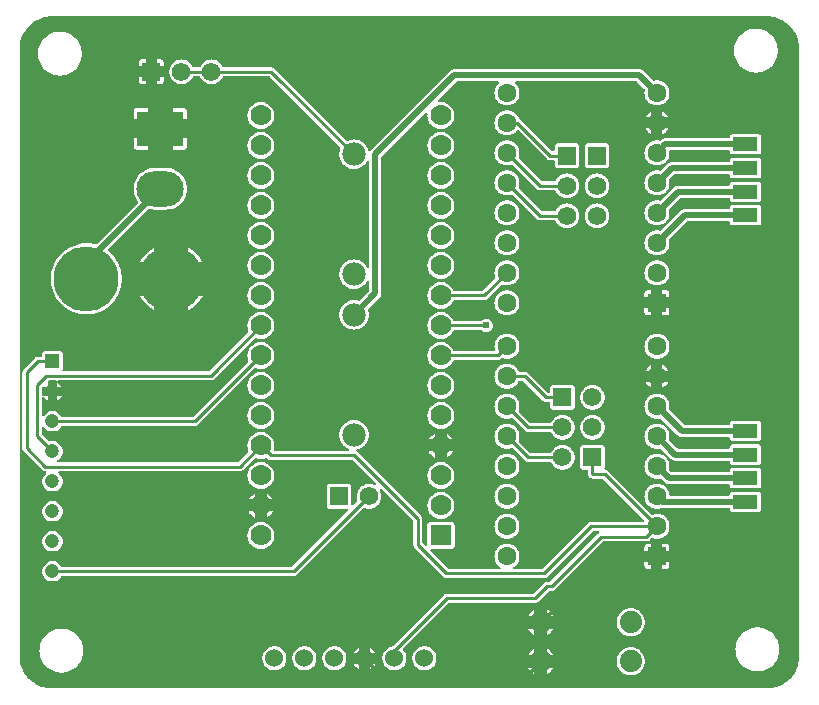
<source format=gtl>
G04 Layer: TopLayer*
G04 EasyEDA v6.5.38, 2023-12-09 00:29:23*
G04 cc5c81a3f0414725bc0bd174f0517b54,10*
G04 Gerber Generator version 0.2*
G04 Scale: 100 percent, Rotated: No, Reflected: No *
G04 Dimensions in millimeters *
G04 leading zeros omitted , absolute positions ,4 integer and 5 decimal *
%FSLAX45Y45*%
%MOMM*%

%ADD10C,0.2500*%
%ADD11C,0.5000*%
%ADD12R,1.6000X1.6000*%
%ADD13C,1.6000*%
%ADD14R,2.1590X1.1989*%
%ADD15C,1.9812*%
%ADD16C,1.5748*%
%ADD17R,1.5748X1.5748*%
%ADD18C,1.5240*%
%ADD19C,1.8796*%
%ADD20C,5.4991*%
%ADD21O,3.9999919999999998X2.999994*%
%ADD22R,4.0000X3.0000*%
%ADD23C,1.7780*%
%ADD24R,1.7780X1.7780*%
%ADD25R,1.2065X1.2065*%
%ADD26C,1.2065*%
%ADD27C,0.6100*%
%ADD28C,0.0152*%

%LPD*%
G36*
X300278Y25908D02*
G01*
X278079Y26822D01*
X256743Y29362D01*
X235610Y33629D01*
X214934Y39471D01*
X194767Y46939D01*
X175209Y55981D01*
X156464Y66548D01*
X138582Y78536D01*
X121716Y91846D01*
X105918Y106476D01*
X91338Y122326D01*
X78028Y139242D01*
X66141Y157124D01*
X55626Y175920D01*
X46634Y195478D01*
X39217Y215696D01*
X33426Y236423D01*
X29260Y257505D01*
X26771Y278892D01*
X25908Y300685D01*
X25908Y5439714D01*
X26822Y5462320D01*
X29362Y5483656D01*
X33629Y5504789D01*
X39471Y5525465D01*
X46939Y5545632D01*
X55981Y5565190D01*
X66548Y5583936D01*
X78536Y5601817D01*
X91846Y5618683D01*
X106476Y5634482D01*
X122326Y5649061D01*
X139242Y5662371D01*
X157124Y5674258D01*
X175920Y5684774D01*
X195478Y5693765D01*
X215696Y5701182D01*
X236423Y5706973D01*
X257505Y5711139D01*
X278892Y5713628D01*
X300685Y5714492D01*
X6354114Y5714492D01*
X6376720Y5713577D01*
X6398056Y5711037D01*
X6419189Y5706770D01*
X6439865Y5700928D01*
X6460032Y5693460D01*
X6479590Y5684418D01*
X6498336Y5673852D01*
X6516217Y5661863D01*
X6533083Y5648553D01*
X6548881Y5633923D01*
X6563461Y5618073D01*
X6576771Y5601157D01*
X6588658Y5583275D01*
X6599174Y5564479D01*
X6608165Y5544921D01*
X6615582Y5524703D01*
X6621373Y5503976D01*
X6625539Y5482894D01*
X6628028Y5461508D01*
X6628892Y5439714D01*
X6628892Y300685D01*
X6627977Y278079D01*
X6625437Y256743D01*
X6621170Y235610D01*
X6615328Y214934D01*
X6607860Y194767D01*
X6598818Y175209D01*
X6588252Y156464D01*
X6576263Y138582D01*
X6562953Y121716D01*
X6548323Y105918D01*
X6532473Y91338D01*
X6515557Y78028D01*
X6497675Y66141D01*
X6478879Y55626D01*
X6459321Y46634D01*
X6439103Y39217D01*
X6418376Y33426D01*
X6397294Y29260D01*
X6375908Y26771D01*
X6354114Y25908D01*
G37*

%LPC*%
G36*
X5196941Y134162D02*
G01*
X5211724Y134620D01*
X5226304Y136906D01*
X5240477Y140970D01*
X5254091Y146710D01*
X5266842Y154076D01*
X5278628Y162966D01*
X5289245Y173228D01*
X5298490Y184759D01*
X5306263Y197307D01*
X5312410Y210718D01*
X5316880Y224739D01*
X5319623Y239267D01*
X5320538Y254000D01*
X5319623Y268732D01*
X5316880Y283260D01*
X5312410Y297281D01*
X5306263Y310692D01*
X5298490Y323240D01*
X5289245Y334772D01*
X5278628Y345033D01*
X5266842Y353923D01*
X5254091Y361289D01*
X5240477Y367030D01*
X5226304Y371094D01*
X5211724Y373380D01*
X5196941Y373786D01*
X5182260Y372465D01*
X5167833Y369316D01*
X5153914Y364388D01*
X5140706Y357784D01*
X5128412Y349656D01*
X5117185Y340055D01*
X5107279Y329133D01*
X5098745Y317093D01*
X5091734Y304088D01*
X5086400Y290322D01*
X5082844Y276047D01*
X5081016Y261366D01*
X5081016Y246634D01*
X5082844Y231952D01*
X5086400Y217678D01*
X5091734Y203911D01*
X5098745Y190906D01*
X5107279Y178866D01*
X5117185Y167944D01*
X5128412Y158343D01*
X5140706Y150215D01*
X5153914Y143611D01*
X5167833Y138684D01*
X5182260Y135534D01*
G37*
G36*
X4491990Y146659D02*
G01*
X4504842Y154076D01*
X4516628Y162966D01*
X4527245Y173228D01*
X4536490Y184759D01*
X4544263Y197307D01*
X4545787Y200660D01*
X4491990Y200660D01*
G37*
G36*
X4385310Y146913D02*
G01*
X4385310Y200660D01*
X4331512Y200660D01*
X4336745Y190906D01*
X4345279Y178866D01*
X4355185Y167944D01*
X4366412Y158343D01*
X4378706Y150215D01*
G37*
G36*
X371602Y157226D02*
G01*
X390398Y157226D01*
X409143Y159156D01*
X427583Y162915D01*
X445566Y168554D01*
X462889Y176022D01*
X479348Y185166D01*
X494792Y195884D01*
X509066Y208178D01*
X522071Y221792D01*
X533552Y236728D01*
X543560Y252679D01*
X551840Y269595D01*
X558393Y287274D01*
X563067Y305460D01*
X565962Y324104D01*
X566877Y342900D01*
X565962Y361696D01*
X563067Y380339D01*
X558393Y398526D01*
X551840Y416204D01*
X543560Y433120D01*
X533552Y449072D01*
X522071Y464007D01*
X509066Y477621D01*
X494792Y489915D01*
X479348Y500634D01*
X462889Y509778D01*
X445566Y517245D01*
X427583Y522884D01*
X409143Y526643D01*
X390398Y528574D01*
X371602Y528574D01*
X352856Y526643D01*
X334416Y522884D01*
X316433Y517245D01*
X299110Y509778D01*
X282651Y500634D01*
X267208Y489915D01*
X252933Y477621D01*
X239928Y464007D01*
X228447Y449072D01*
X218440Y433120D01*
X210159Y416204D01*
X203606Y398526D01*
X198932Y380339D01*
X196037Y361696D01*
X195122Y342900D01*
X196037Y324104D01*
X198932Y305460D01*
X203606Y287274D01*
X210159Y269595D01*
X218440Y252679D01*
X228447Y236728D01*
X239928Y221792D01*
X252933Y208178D01*
X267208Y195884D01*
X282651Y185166D01*
X299110Y176022D01*
X316433Y168554D01*
X334416Y162915D01*
X352856Y159156D01*
G37*
G36*
X6264402Y169926D02*
G01*
X6283198Y169926D01*
X6301943Y171856D01*
X6320383Y175615D01*
X6338366Y181254D01*
X6355689Y188722D01*
X6372148Y197866D01*
X6387592Y208584D01*
X6401866Y220878D01*
X6414871Y234492D01*
X6426352Y249428D01*
X6436360Y265379D01*
X6444640Y282295D01*
X6451193Y299974D01*
X6455867Y318160D01*
X6458762Y336804D01*
X6459677Y355600D01*
X6458762Y374396D01*
X6455867Y393039D01*
X6451193Y411226D01*
X6444640Y428904D01*
X6436360Y445820D01*
X6426352Y461772D01*
X6414871Y476707D01*
X6401866Y490321D01*
X6387592Y502615D01*
X6372148Y513334D01*
X6355689Y522478D01*
X6338366Y529945D01*
X6320383Y535584D01*
X6301943Y539343D01*
X6283198Y541274D01*
X6264402Y541274D01*
X6245656Y539343D01*
X6227216Y535584D01*
X6209233Y529945D01*
X6191910Y522478D01*
X6175451Y513334D01*
X6160008Y502615D01*
X6145733Y490321D01*
X6132728Y476707D01*
X6121247Y461772D01*
X6111240Y445820D01*
X6102959Y428904D01*
X6096406Y411226D01*
X6091732Y393039D01*
X6088837Y374396D01*
X6087922Y355600D01*
X6088837Y336804D01*
X6091732Y318160D01*
X6096406Y299974D01*
X6102959Y282295D01*
X6111240Y265379D01*
X6121247Y249428D01*
X6132728Y234492D01*
X6145733Y220878D01*
X6160008Y208584D01*
X6175451Y197866D01*
X6191910Y188722D01*
X6209233Y181254D01*
X6227216Y175615D01*
X6245656Y171856D01*
G37*
G36*
X3447592Y177546D02*
G01*
X3461207Y177546D01*
X3474720Y179374D01*
X3487877Y182981D01*
X3500424Y188264D01*
X3512159Y195224D01*
X3522878Y203708D01*
X3532378Y213512D01*
X3540455Y224485D01*
X3547008Y236423D01*
X3551885Y249174D01*
X3555085Y262432D01*
X3556406Y275996D01*
X3555949Y289610D01*
X3553714Y303072D01*
X3549650Y316077D01*
X3543909Y328472D01*
X3536594Y339953D01*
X3527806Y350367D01*
X3517646Y359511D01*
X3506419Y367233D01*
X3494278Y373380D01*
X3481374Y377850D01*
X3468014Y380593D01*
X3454400Y381508D01*
X3440785Y380593D01*
X3427425Y377850D01*
X3414522Y373380D01*
X3402380Y367233D01*
X3391154Y359511D01*
X3380994Y350367D01*
X3372205Y339953D01*
X3364890Y328472D01*
X3359150Y316077D01*
X3355086Y303072D01*
X3352850Y289610D01*
X3352393Y275996D01*
X3353714Y262432D01*
X3356914Y249174D01*
X3361791Y236423D01*
X3368344Y224485D01*
X3376422Y213512D01*
X3385921Y203708D01*
X3396640Y195224D01*
X3408375Y188264D01*
X3420922Y182981D01*
X3434079Y179374D01*
G37*
G36*
X2685592Y177546D02*
G01*
X2699207Y177546D01*
X2712720Y179374D01*
X2725877Y182981D01*
X2738424Y188264D01*
X2750159Y195224D01*
X2760878Y203708D01*
X2770378Y213512D01*
X2778455Y224485D01*
X2785008Y236423D01*
X2789885Y249174D01*
X2793085Y262432D01*
X2794406Y275996D01*
X2793949Y289610D01*
X2791714Y303072D01*
X2787650Y316077D01*
X2781909Y328472D01*
X2774594Y339953D01*
X2765806Y350367D01*
X2755646Y359511D01*
X2744419Y367233D01*
X2732278Y373380D01*
X2719374Y377850D01*
X2706014Y380593D01*
X2692400Y381508D01*
X2678785Y380593D01*
X2665425Y377850D01*
X2652522Y373380D01*
X2640380Y367233D01*
X2629154Y359511D01*
X2618994Y350367D01*
X2610205Y339953D01*
X2602890Y328472D01*
X2597150Y316077D01*
X2593086Y303072D01*
X2590850Y289610D01*
X2590393Y275996D01*
X2591714Y262432D01*
X2594914Y249174D01*
X2599791Y236423D01*
X2606344Y224485D01*
X2614422Y213512D01*
X2623921Y203708D01*
X2634640Y195224D01*
X2646375Y188264D01*
X2658922Y182981D01*
X2672080Y179374D01*
G37*
G36*
X2431592Y177546D02*
G01*
X2445207Y177546D01*
X2458720Y179374D01*
X2471877Y182981D01*
X2484424Y188264D01*
X2496159Y195224D01*
X2506878Y203708D01*
X2516378Y213512D01*
X2524455Y224485D01*
X2531008Y236423D01*
X2535885Y249174D01*
X2539085Y262432D01*
X2540406Y275996D01*
X2539949Y289610D01*
X2537714Y303072D01*
X2533650Y316077D01*
X2527909Y328472D01*
X2520594Y339953D01*
X2511806Y350367D01*
X2501646Y359511D01*
X2490419Y367233D01*
X2478278Y373380D01*
X2465374Y377850D01*
X2452014Y380593D01*
X2438400Y381508D01*
X2424785Y380593D01*
X2411425Y377850D01*
X2398522Y373380D01*
X2386380Y367233D01*
X2375154Y359511D01*
X2364994Y350367D01*
X2356205Y339953D01*
X2348890Y328472D01*
X2343150Y316077D01*
X2339086Y303072D01*
X2336850Y289610D01*
X2336393Y275996D01*
X2337714Y262432D01*
X2340914Y249174D01*
X2345791Y236423D01*
X2352344Y224485D01*
X2360422Y213512D01*
X2369921Y203708D01*
X2380640Y195224D01*
X2392375Y188264D01*
X2404922Y182981D01*
X2418080Y179374D01*
G37*
G36*
X2177592Y177546D02*
G01*
X2191207Y177546D01*
X2204720Y179374D01*
X2217877Y182981D01*
X2230424Y188264D01*
X2242159Y195224D01*
X2252878Y203708D01*
X2262378Y213512D01*
X2270455Y224485D01*
X2277008Y236423D01*
X2281885Y249174D01*
X2285085Y262432D01*
X2286406Y275996D01*
X2285949Y289610D01*
X2283714Y303072D01*
X2279650Y316077D01*
X2273909Y328472D01*
X2266594Y339953D01*
X2257806Y350367D01*
X2247646Y359511D01*
X2236419Y367233D01*
X2224278Y373380D01*
X2211374Y377850D01*
X2198014Y380593D01*
X2184400Y381508D01*
X2170785Y380593D01*
X2157425Y377850D01*
X2144522Y373380D01*
X2132380Y367233D01*
X2121154Y359511D01*
X2110994Y350367D01*
X2102205Y339953D01*
X2094890Y328472D01*
X2089150Y316077D01*
X2085086Y303072D01*
X2082850Y289610D01*
X2082393Y275996D01*
X2083714Y262432D01*
X2086914Y249174D01*
X2091791Y236423D01*
X2098344Y224485D01*
X2106422Y213512D01*
X2115921Y203708D01*
X2126640Y195224D01*
X2138375Y188264D01*
X2150922Y182981D01*
X2164080Y179374D01*
G37*
G36*
X3193592Y177546D02*
G01*
X3207207Y177546D01*
X3220720Y179374D01*
X3233877Y182981D01*
X3246424Y188264D01*
X3258159Y195224D01*
X3268878Y203708D01*
X3278378Y213512D01*
X3286455Y224485D01*
X3293008Y236423D01*
X3297885Y249174D01*
X3301085Y262432D01*
X3302406Y275996D01*
X3301949Y289610D01*
X3299714Y303072D01*
X3295650Y316077D01*
X3289909Y328472D01*
X3282594Y339953D01*
X3274517Y349504D01*
X3272637Y352806D01*
X3272129Y356514D01*
X3272942Y360172D01*
X3275076Y363270D01*
X3657854Y745998D01*
X3661105Y748233D01*
X3665016Y748995D01*
X4393692Y748995D01*
X4401667Y749757D01*
X4408881Y751941D01*
X4415536Y755497D01*
X4421733Y760577D01*
X4508754Y847598D01*
X4512005Y849833D01*
X4515916Y850595D01*
X4533392Y850595D01*
X4541367Y851357D01*
X4548581Y853541D01*
X4555236Y857097D01*
X4561433Y862177D01*
X4965954Y1266698D01*
X4969205Y1268933D01*
X4973116Y1269695D01*
X5333492Y1269695D01*
X5341467Y1270457D01*
X5348681Y1272641D01*
X5355336Y1276197D01*
X5361533Y1281277D01*
X5375706Y1295450D01*
X5378754Y1297584D01*
X5382412Y1298448D01*
X5386120Y1297889D01*
X5395518Y1294739D01*
X5409082Y1291996D01*
X5422900Y1291132D01*
X5436717Y1291996D01*
X5450281Y1294739D01*
X5463438Y1299159D01*
X5475833Y1305306D01*
X5487365Y1312976D01*
X5497779Y1322120D01*
X5506923Y1332534D01*
X5514594Y1344066D01*
X5520740Y1356461D01*
X5525160Y1369618D01*
X5527903Y1383182D01*
X5528767Y1397000D01*
X5527903Y1410817D01*
X5525160Y1424381D01*
X5520740Y1437538D01*
X5514594Y1449933D01*
X5506923Y1461465D01*
X5497779Y1471879D01*
X5487365Y1481023D01*
X5475833Y1488694D01*
X5463438Y1494840D01*
X5450281Y1499260D01*
X5436717Y1502003D01*
X5422900Y1502867D01*
X5409082Y1502003D01*
X5395518Y1499260D01*
X5386120Y1496110D01*
X5382412Y1495552D01*
X5378754Y1496415D01*
X5375706Y1498549D01*
X5007711Y1866544D01*
X5001514Y1871624D01*
X4994859Y1875180D01*
X4983784Y1878380D01*
X4980838Y1880565D01*
X4978857Y1883664D01*
X4978095Y1887220D01*
X4978704Y1890826D01*
X4980736Y1896719D01*
X4981448Y1903018D01*
X4981448Y2059381D01*
X4980736Y2065680D01*
X4978806Y2071166D01*
X4975758Y2076043D01*
X4971643Y2080158D01*
X4966766Y2083206D01*
X4961280Y2085136D01*
X4954981Y2085848D01*
X4798618Y2085848D01*
X4792319Y2085136D01*
X4786833Y2083206D01*
X4781956Y2080158D01*
X4777841Y2076043D01*
X4774793Y2071166D01*
X4772863Y2065680D01*
X4772152Y2059381D01*
X4772152Y1903018D01*
X4772863Y1896719D01*
X4774793Y1891233D01*
X4777841Y1886356D01*
X4781956Y1882241D01*
X4786833Y1879193D01*
X4792319Y1877263D01*
X4798618Y1876552D01*
X4828235Y1876552D01*
X4832096Y1875789D01*
X4835398Y1873554D01*
X4837633Y1870303D01*
X4838395Y1866392D01*
X4838395Y1840230D01*
X4839157Y1832254D01*
X4841341Y1825040D01*
X4844897Y1818386D01*
X4849672Y1812594D01*
X4855464Y1807819D01*
X4862118Y1804263D01*
X4869332Y1802079D01*
X4877308Y1801317D01*
X4960061Y1801317D01*
X4963972Y1800555D01*
X4967224Y1798320D01*
X5312816Y1452727D01*
X5315051Y1449476D01*
X5315813Y1445564D01*
X5315051Y1441704D01*
X5312816Y1438402D01*
X5309514Y1436166D01*
X5305653Y1435404D01*
X4867402Y1435404D01*
X4859426Y1434642D01*
X4852212Y1432458D01*
X4845608Y1428902D01*
X4839411Y1423822D01*
X4454194Y1038860D01*
X4450892Y1036624D01*
X4446981Y1035862D01*
X4216247Y1035862D01*
X4212031Y1036777D01*
X4208576Y1039317D01*
X4206494Y1043076D01*
X4206189Y1047343D01*
X4207611Y1051407D01*
X4210608Y1054455D01*
X4217365Y1058976D01*
X4227779Y1068120D01*
X4236923Y1078534D01*
X4244594Y1090066D01*
X4250740Y1102461D01*
X4255160Y1115618D01*
X4257903Y1129182D01*
X4258767Y1143000D01*
X4257903Y1156817D01*
X4255160Y1170381D01*
X4250740Y1183538D01*
X4244594Y1195933D01*
X4236923Y1207465D01*
X4227779Y1217879D01*
X4217365Y1227023D01*
X4205833Y1234694D01*
X4193438Y1240840D01*
X4180281Y1245260D01*
X4166717Y1248003D01*
X4152900Y1248867D01*
X4139082Y1248003D01*
X4125518Y1245260D01*
X4112361Y1240840D01*
X4099966Y1234694D01*
X4088434Y1227023D01*
X4078020Y1217879D01*
X4068876Y1207465D01*
X4061206Y1195933D01*
X4055059Y1183538D01*
X4050639Y1170381D01*
X4047896Y1156817D01*
X4047032Y1143000D01*
X4047896Y1129182D01*
X4050639Y1115618D01*
X4055059Y1102461D01*
X4061206Y1090066D01*
X4068876Y1078534D01*
X4078020Y1068120D01*
X4088434Y1058976D01*
X4095191Y1054455D01*
X4098188Y1051407D01*
X4099610Y1047343D01*
X4099306Y1043076D01*
X4097223Y1039317D01*
X4093768Y1036777D01*
X4089552Y1035862D01*
X3661206Y1035862D01*
X3657295Y1036624D01*
X3654044Y1038860D01*
X3506114Y1186738D01*
X3503929Y1190040D01*
X3503168Y1193901D01*
X3503929Y1197813D01*
X3506114Y1201115D01*
X3509416Y1203299D01*
X3513328Y1204061D01*
X3682441Y1204061D01*
X3688740Y1204823D01*
X3694226Y1206703D01*
X3699103Y1209802D01*
X3703218Y1213866D01*
X3706266Y1218793D01*
X3708196Y1224229D01*
X3708908Y1230579D01*
X3708908Y1407210D01*
X3708196Y1413560D01*
X3706266Y1418996D01*
X3703218Y1423924D01*
X3699103Y1427988D01*
X3694226Y1431086D01*
X3688740Y1432966D01*
X3682441Y1433677D01*
X3505758Y1433677D01*
X3499459Y1432966D01*
X3493973Y1431086D01*
X3489096Y1427988D01*
X3484981Y1423924D01*
X3481933Y1418996D01*
X3480003Y1413560D01*
X3479292Y1407210D01*
X3479292Y1238097D01*
X3478529Y1234236D01*
X3476294Y1230934D01*
X3473043Y1228699D01*
X3469132Y1227937D01*
X3465220Y1228699D01*
X3461969Y1230934D01*
X3438651Y1254252D01*
X3436416Y1257503D01*
X3435654Y1261414D01*
X3435654Y1461516D01*
X3434892Y1469491D01*
X3432708Y1476705D01*
X3429152Y1483360D01*
X3424072Y1489557D01*
X2889046Y2024278D01*
X2882900Y2029358D01*
X2880360Y2030679D01*
X2877210Y2033371D01*
X2875330Y2037080D01*
X2875127Y2041194D01*
X2876600Y2045106D01*
X2879496Y2048052D01*
X2883357Y2049627D01*
X2887421Y2050389D01*
X2901797Y2054860D01*
X2915564Y2061057D01*
X2928467Y2068880D01*
X2940354Y2078177D01*
X2951022Y2088845D01*
X2960319Y2100732D01*
X2968142Y2113635D01*
X2974340Y2127402D01*
X2978810Y2141778D01*
X2981553Y2156663D01*
X2982468Y2171700D01*
X2981553Y2186736D01*
X2978810Y2201621D01*
X2974340Y2215997D01*
X2968142Y2229764D01*
X2960319Y2242667D01*
X2951022Y2254554D01*
X2940354Y2265222D01*
X2928467Y2274519D01*
X2915564Y2282342D01*
X2901797Y2288540D01*
X2887421Y2293010D01*
X2872536Y2295753D01*
X2857500Y2296668D01*
X2842463Y2295753D01*
X2827578Y2293010D01*
X2813202Y2288540D01*
X2799435Y2282342D01*
X2786532Y2274519D01*
X2774645Y2265222D01*
X2763977Y2254554D01*
X2754680Y2242667D01*
X2746857Y2229764D01*
X2740660Y2215997D01*
X2736189Y2201621D01*
X2733446Y2186736D01*
X2732532Y2171700D01*
X2733446Y2156663D01*
X2736189Y2141778D01*
X2740660Y2127402D01*
X2746857Y2113635D01*
X2754680Y2100732D01*
X2763977Y2088845D01*
X2774645Y2078177D01*
X2786532Y2068880D01*
X2799435Y2061057D01*
X2812237Y2055266D01*
X2815437Y2053031D01*
X2817571Y2049729D01*
X2818231Y2045868D01*
X2817418Y2042007D01*
X2815234Y2038756D01*
X2811932Y2036622D01*
X2808071Y2035860D01*
X2189937Y2035860D01*
X2186279Y2036521D01*
X2183130Y2038451D01*
X2180894Y2041347D01*
X2179828Y2044903D01*
X2180082Y2048560D01*
X2182876Y2059381D01*
X2184654Y2073706D01*
X2184654Y2088083D01*
X2182876Y2102408D01*
X2179269Y2116378D01*
X2173986Y2129790D01*
X2167026Y2142388D01*
X2158542Y2154072D01*
X2148687Y2164588D01*
X2137562Y2173782D01*
X2125421Y2181504D01*
X2112365Y2187600D01*
X2098649Y2192070D01*
X2084476Y2194763D01*
X2070100Y2195677D01*
X2055723Y2194763D01*
X2041550Y2192070D01*
X2027834Y2187600D01*
X2014778Y2181504D01*
X2002637Y2173782D01*
X1991512Y2164588D01*
X1981657Y2154072D01*
X1973173Y2142388D01*
X1966214Y2129790D01*
X1960930Y2116378D01*
X1957324Y2102408D01*
X1955546Y2088083D01*
X1955546Y2073706D01*
X1957324Y2059381D01*
X1960930Y2045411D01*
X1963978Y2037740D01*
X1964689Y2033879D01*
X1963877Y2030069D01*
X1961692Y2026818D01*
X1877364Y1942592D01*
X1874062Y1940356D01*
X1870151Y1939594D01*
X354787Y1939594D01*
X350469Y1940560D01*
X346964Y1943303D01*
X344982Y1947265D01*
X344830Y1951685D01*
X346608Y1955749D01*
X349961Y1958695D01*
X351383Y1959457D01*
X361238Y1966823D01*
X369976Y1975561D01*
X377342Y1985416D01*
X383235Y1996186D01*
X387502Y2007717D01*
X390144Y2019706D01*
X391007Y2032000D01*
X390144Y2044293D01*
X387502Y2056282D01*
X383235Y2067814D01*
X377342Y2078583D01*
X369976Y2088438D01*
X361238Y2097125D01*
X351383Y2104542D01*
X340614Y2110435D01*
X329082Y2114702D01*
X317093Y2117344D01*
X304800Y2118207D01*
X292506Y2117344D01*
X282549Y2115159D01*
X279196Y2115007D01*
X275945Y2115972D01*
X273202Y2117902D01*
X215392Y2175764D01*
X213156Y2179015D01*
X212394Y2182926D01*
X212394Y2236012D01*
X213360Y2240330D01*
X216103Y2243836D01*
X220065Y2245817D01*
X224485Y2245969D01*
X228549Y2244191D01*
X231495Y2240838D01*
X232257Y2239416D01*
X239674Y2229561D01*
X248361Y2220823D01*
X258216Y2213457D01*
X268986Y2207564D01*
X280517Y2203297D01*
X292506Y2200656D01*
X304800Y2199792D01*
X317093Y2200656D01*
X329082Y2203297D01*
X340614Y2207564D01*
X351383Y2213457D01*
X361238Y2220823D01*
X369976Y2229561D01*
X377342Y2239416D01*
X378917Y2242312D01*
X381152Y2245106D01*
X384251Y2246934D01*
X387807Y2247595D01*
X1512824Y2247595D01*
X1520799Y2248357D01*
X1528013Y2250541D01*
X1534668Y2254097D01*
X1540865Y2259177D01*
X2015998Y2734310D01*
X2019401Y2736596D01*
X2023465Y2737307D01*
X2027834Y2736189D01*
X2041550Y2731719D01*
X2055723Y2729026D01*
X2070100Y2728112D01*
X2084476Y2729026D01*
X2098649Y2731719D01*
X2112365Y2736189D01*
X2125421Y2742285D01*
X2137562Y2750007D01*
X2148687Y2759202D01*
X2158542Y2769717D01*
X2167026Y2781401D01*
X2173986Y2794000D01*
X2179269Y2807411D01*
X2182876Y2821381D01*
X2184654Y2835706D01*
X2184654Y2850083D01*
X2182876Y2864408D01*
X2179269Y2878378D01*
X2173986Y2891790D01*
X2167026Y2904388D01*
X2158542Y2916072D01*
X2148687Y2926588D01*
X2137562Y2935782D01*
X2125421Y2943504D01*
X2112365Y2949600D01*
X2098649Y2954070D01*
X2084476Y2956763D01*
X2070100Y2957677D01*
X2055723Y2956763D01*
X2041550Y2954070D01*
X2027834Y2949600D01*
X2014778Y2943504D01*
X2002637Y2935782D01*
X1991512Y2926588D01*
X1981657Y2916072D01*
X1973173Y2904388D01*
X1966214Y2891790D01*
X1960930Y2878378D01*
X1957324Y2864408D01*
X1955546Y2850083D01*
X1955546Y2835706D01*
X1957324Y2821381D01*
X1960930Y2807411D01*
X1964029Y2799638D01*
X1964740Y2795828D01*
X1963928Y2791968D01*
X1961743Y2788716D01*
X1500378Y2327402D01*
X1497126Y2325166D01*
X1493215Y2324404D01*
X387807Y2324404D01*
X384251Y2325065D01*
X381152Y2326894D01*
X378917Y2329688D01*
X377342Y2332583D01*
X369976Y2342438D01*
X361238Y2351125D01*
X351383Y2358542D01*
X340614Y2364435D01*
X329082Y2368702D01*
X317093Y2371344D01*
X304800Y2372207D01*
X292506Y2371344D01*
X280517Y2368702D01*
X268986Y2364435D01*
X258216Y2358542D01*
X248361Y2351125D01*
X239674Y2342438D01*
X232257Y2332583D01*
X231495Y2331161D01*
X228549Y2327808D01*
X224485Y2326030D01*
X220065Y2326182D01*
X216103Y2328164D01*
X213360Y2331669D01*
X212394Y2335987D01*
X212394Y2490012D01*
X213360Y2494330D01*
X216103Y2497836D01*
X220065Y2499817D01*
X224485Y2499969D01*
X228549Y2498191D01*
X231495Y2494838D01*
X232257Y2493416D01*
X239674Y2483561D01*
X248361Y2474823D01*
X258216Y2467457D01*
X268274Y2461971D01*
X268274Y2503474D01*
X222554Y2503474D01*
X218694Y2504236D01*
X215392Y2506472D01*
X213156Y2509774D01*
X212394Y2513634D01*
X212394Y2566365D01*
X213156Y2570226D01*
X215392Y2573528D01*
X218694Y2575763D01*
X222554Y2576525D01*
X268274Y2576525D01*
X268274Y2622245D01*
X269036Y2626106D01*
X271272Y2629408D01*
X274574Y2631643D01*
X278434Y2632405D01*
X331165Y2632405D01*
X335026Y2631643D01*
X338328Y2629408D01*
X340563Y2626106D01*
X341325Y2622245D01*
X341325Y2576525D01*
X382828Y2576525D01*
X377342Y2586583D01*
X369976Y2596438D01*
X361238Y2605125D01*
X351383Y2612542D01*
X349961Y2613304D01*
X346608Y2616250D01*
X344830Y2620314D01*
X344982Y2624734D01*
X346964Y2628696D01*
X350469Y2631440D01*
X354787Y2632405D01*
X1643634Y2632405D01*
X1651609Y2633167D01*
X1658823Y2635351D01*
X1665478Y2638907D01*
X1671675Y2643987D01*
X2015998Y2988310D01*
X2019401Y2990596D01*
X2023465Y2991307D01*
X2027834Y2990189D01*
X2041550Y2985719D01*
X2055723Y2983026D01*
X2070100Y2982112D01*
X2084476Y2983026D01*
X2098649Y2985719D01*
X2112365Y2990189D01*
X2125421Y2996285D01*
X2137562Y3004007D01*
X2148687Y3013202D01*
X2158542Y3023717D01*
X2167026Y3035401D01*
X2173986Y3048000D01*
X2179269Y3061411D01*
X2182876Y3075381D01*
X2184654Y3089706D01*
X2184654Y3104083D01*
X2182876Y3118408D01*
X2179269Y3132378D01*
X2173986Y3145790D01*
X2167026Y3158388D01*
X2158542Y3170072D01*
X2148687Y3180588D01*
X2137562Y3189782D01*
X2125421Y3197504D01*
X2112365Y3203600D01*
X2098649Y3208070D01*
X2084476Y3210763D01*
X2070100Y3211677D01*
X2055723Y3210763D01*
X2041550Y3208070D01*
X2027834Y3203600D01*
X2014778Y3197504D01*
X2002637Y3189782D01*
X1991512Y3180588D01*
X1981657Y3170072D01*
X1973173Y3158388D01*
X1966214Y3145790D01*
X1960930Y3132378D01*
X1957324Y3118408D01*
X1955546Y3104083D01*
X1955546Y3089706D01*
X1957324Y3075381D01*
X1960930Y3061411D01*
X1964029Y3053638D01*
X1964740Y3049828D01*
X1963928Y3045968D01*
X1961743Y3042716D01*
X1631188Y2712212D01*
X1627936Y2709976D01*
X1624025Y2709214D01*
X398119Y2709214D01*
X394309Y2709926D01*
X391058Y2712059D01*
X388823Y2715158D01*
X387959Y2718917D01*
X388518Y2722727D01*
X390296Y2727909D01*
X391058Y2734259D01*
X391058Y2853740D01*
X390296Y2860090D01*
X388416Y2865526D01*
X385318Y2870454D01*
X381254Y2874518D01*
X376326Y2877616D01*
X370890Y2879496D01*
X364540Y2880207D01*
X245059Y2880207D01*
X238709Y2879496D01*
X233273Y2877616D01*
X228346Y2874518D01*
X224282Y2870454D01*
X221183Y2865526D01*
X219303Y2860090D01*
X218592Y2853740D01*
X218592Y2842564D01*
X217779Y2838704D01*
X215595Y2835402D01*
X212293Y2833166D01*
X208432Y2832404D01*
X182372Y2832404D01*
X174396Y2831642D01*
X167182Y2829458D01*
X160528Y2825902D01*
X154330Y2820822D01*
X60045Y2726537D01*
X54965Y2720340D01*
X51409Y2713685D01*
X49225Y2706471D01*
X48463Y2698496D01*
X48463Y2059939D01*
X49225Y2051964D01*
X51409Y2044750D01*
X54965Y2038096D01*
X60045Y2031898D01*
X217576Y1874367D01*
X223774Y1869287D01*
X230428Y1865731D01*
X237642Y1863547D01*
X245160Y1862836D01*
X249021Y1861616D01*
X252120Y1859025D01*
X253949Y1855470D01*
X254254Y1851406D01*
X252933Y1847596D01*
X250240Y1844598D01*
X248361Y1843125D01*
X239674Y1834438D01*
X232257Y1824583D01*
X226364Y1813814D01*
X222097Y1802282D01*
X219456Y1790293D01*
X218592Y1778000D01*
X219456Y1765706D01*
X222097Y1753717D01*
X226364Y1742186D01*
X232257Y1731416D01*
X239674Y1721561D01*
X248361Y1712823D01*
X258216Y1705457D01*
X268986Y1699564D01*
X280517Y1695297D01*
X292506Y1692656D01*
X304800Y1691792D01*
X317093Y1692656D01*
X329082Y1695297D01*
X340614Y1699564D01*
X351383Y1705457D01*
X361238Y1712823D01*
X369976Y1721561D01*
X377342Y1731416D01*
X383235Y1742186D01*
X387502Y1753717D01*
X390144Y1765706D01*
X391007Y1778000D01*
X390144Y1790293D01*
X387502Y1802282D01*
X383235Y1813814D01*
X377342Y1824583D01*
X369976Y1834438D01*
X361238Y1843125D01*
X359460Y1844497D01*
X356717Y1847646D01*
X355447Y1851660D01*
X355904Y1855825D01*
X358038Y1859432D01*
X361442Y1861921D01*
X365556Y1862785D01*
X1889760Y1862785D01*
X1897735Y1863547D01*
X1904898Y1865731D01*
X1911553Y1869287D01*
X1917750Y1874367D01*
X2015896Y1972360D01*
X2019350Y1974646D01*
X2023414Y1975357D01*
X2027834Y1974189D01*
X2041550Y1969719D01*
X2055723Y1967026D01*
X2070100Y1966112D01*
X2084476Y1967026D01*
X2098649Y1969719D01*
X2112721Y1974342D01*
X2116734Y1975307D01*
X2120798Y1974596D01*
X2124202Y1972310D01*
X2125878Y1970633D01*
X2132076Y1965553D01*
X2138730Y1961997D01*
X2145944Y1959813D01*
X2153920Y1959051D01*
X2841447Y1959051D01*
X2845358Y1958289D01*
X2848660Y1956054D01*
X3045358Y1759457D01*
X3047593Y1756054D01*
X3048304Y1752092D01*
X3047441Y1748129D01*
X3045053Y1744827D01*
X3041599Y1742693D01*
X3037586Y1742135D01*
X3033674Y1743151D01*
X3024530Y1747672D01*
X3011576Y1752041D01*
X2998165Y1754733D01*
X2984500Y1755648D01*
X2970834Y1754733D01*
X2957423Y1752041D01*
X2944469Y1747672D01*
X2932176Y1741627D01*
X2920796Y1734007D01*
X2910535Y1724964D01*
X2901492Y1714703D01*
X2893872Y1703324D01*
X2887827Y1691030D01*
X2883458Y1678076D01*
X2880766Y1664665D01*
X2879852Y1651000D01*
X2880766Y1637334D01*
X2883458Y1623923D01*
X2886405Y1615236D01*
X2886913Y1611528D01*
X2886049Y1607870D01*
X2883966Y1604772D01*
X2852470Y1573326D01*
X2849219Y1571091D01*
X2845308Y1570329D01*
X2841396Y1571091D01*
X2838145Y1573326D01*
X2835910Y1576628D01*
X2835148Y1580489D01*
X2835148Y1729181D01*
X2834436Y1735480D01*
X2832506Y1740966D01*
X2829458Y1745843D01*
X2825343Y1749958D01*
X2820466Y1753006D01*
X2814980Y1754936D01*
X2808681Y1755648D01*
X2652318Y1755648D01*
X2646019Y1754936D01*
X2640533Y1753006D01*
X2635656Y1749958D01*
X2631541Y1745843D01*
X2628493Y1740966D01*
X2626563Y1735480D01*
X2625852Y1729181D01*
X2625852Y1572818D01*
X2626563Y1566519D01*
X2628493Y1561033D01*
X2631541Y1556156D01*
X2635656Y1552041D01*
X2640533Y1548993D01*
X2646019Y1547063D01*
X2652318Y1546352D01*
X2801010Y1546352D01*
X2804871Y1545590D01*
X2808173Y1543354D01*
X2810408Y1540103D01*
X2811170Y1536192D01*
X2810408Y1532280D01*
X2808173Y1529029D01*
X2336546Y1057402D01*
X2333294Y1055166D01*
X2329383Y1054404D01*
X387807Y1054404D01*
X384251Y1055065D01*
X381152Y1056894D01*
X378917Y1059688D01*
X377342Y1062583D01*
X369976Y1072438D01*
X361238Y1081125D01*
X351383Y1088542D01*
X340614Y1094435D01*
X329082Y1098702D01*
X317093Y1101344D01*
X304800Y1102207D01*
X292506Y1101344D01*
X280517Y1098702D01*
X268986Y1094435D01*
X258216Y1088542D01*
X248361Y1081125D01*
X239674Y1072438D01*
X232257Y1062583D01*
X226364Y1051814D01*
X222097Y1040282D01*
X219456Y1028293D01*
X218592Y1016000D01*
X219456Y1003706D01*
X222097Y991717D01*
X226364Y980186D01*
X232257Y969416D01*
X239674Y959561D01*
X248361Y950823D01*
X258216Y943457D01*
X268986Y937564D01*
X280517Y933297D01*
X292506Y930656D01*
X304800Y929792D01*
X317093Y930656D01*
X329082Y933297D01*
X340614Y937564D01*
X351383Y943457D01*
X361238Y950823D01*
X369976Y959561D01*
X377342Y969416D01*
X378917Y972312D01*
X381152Y975106D01*
X384251Y976934D01*
X387807Y977595D01*
X2348992Y977595D01*
X2356967Y978357D01*
X2364181Y980541D01*
X2370836Y984097D01*
X2377033Y989177D01*
X2938272Y1550466D01*
X2941370Y1552549D01*
X2945028Y1553413D01*
X2948736Y1552905D01*
X2957423Y1549958D01*
X2970834Y1547266D01*
X2984500Y1546352D01*
X2998165Y1547266D01*
X3011576Y1549958D01*
X3024530Y1554327D01*
X3036824Y1560372D01*
X3048203Y1567992D01*
X3058464Y1577035D01*
X3067507Y1587296D01*
X3075127Y1598676D01*
X3081172Y1610969D01*
X3085541Y1623923D01*
X3088233Y1637334D01*
X3089148Y1651000D01*
X3088233Y1664665D01*
X3085541Y1678076D01*
X3081172Y1691030D01*
X3076651Y1700225D01*
X3075584Y1704136D01*
X3076194Y1708150D01*
X3078276Y1711604D01*
X3081578Y1713992D01*
X3085541Y1714855D01*
X3089554Y1714144D01*
X3092958Y1711909D01*
X3355848Y1449070D01*
X3358083Y1445768D01*
X3358845Y1441907D01*
X3358845Y1241806D01*
X3359607Y1233830D01*
X3361791Y1226616D01*
X3365347Y1219962D01*
X3370427Y1213764D01*
X3613556Y970635D01*
X3619754Y965555D01*
X3626408Y961999D01*
X3633622Y959815D01*
X3641598Y959053D01*
X4466590Y959053D01*
X4474565Y959815D01*
X4481779Y961999D01*
X4488383Y965555D01*
X4494580Y970635D01*
X4879797Y1355598D01*
X4883099Y1357833D01*
X4887010Y1358595D01*
X4925974Y1358595D01*
X4929987Y1357731D01*
X4933391Y1355394D01*
X4935524Y1351838D01*
X4936083Y1347774D01*
X4934966Y1343812D01*
X4932375Y1340561D01*
X4925466Y1334922D01*
X4520946Y930402D01*
X4517694Y928166D01*
X4513783Y927404D01*
X4496308Y927404D01*
X4488332Y926642D01*
X4481118Y924458D01*
X4474464Y920902D01*
X4468266Y915822D01*
X4381246Y828802D01*
X4377994Y826566D01*
X4374083Y825804D01*
X3645408Y825804D01*
X3637432Y825042D01*
X3630218Y822858D01*
X3623564Y819302D01*
X3617366Y814222D01*
X3185160Y381965D01*
X3182772Y380187D01*
X3179978Y379171D01*
X3173425Y377850D01*
X3160522Y373380D01*
X3148380Y367233D01*
X3137154Y359511D01*
X3126994Y350367D01*
X3118205Y339953D01*
X3110890Y328472D01*
X3105150Y316077D01*
X3101086Y303072D01*
X3098850Y289610D01*
X3098393Y275996D01*
X3099714Y262432D01*
X3102914Y249174D01*
X3107791Y236423D01*
X3114344Y224485D01*
X3122422Y213512D01*
X3131921Y203708D01*
X3142640Y195224D01*
X3154375Y188264D01*
X3166922Y182981D01*
X3180080Y179374D01*
G37*
G36*
X2901950Y187604D02*
G01*
X2901950Y234950D01*
X2854604Y234950D01*
X2860344Y224485D01*
X2868422Y213512D01*
X2877921Y203708D01*
X2888640Y195224D01*
X2900375Y188264D01*
G37*
G36*
X2990850Y187604D02*
G01*
X2992424Y188264D01*
X3004159Y195224D01*
X3014878Y203708D01*
X3024378Y213512D01*
X3032455Y224485D01*
X3038195Y234950D01*
X2990850Y234950D01*
G37*
G36*
X4331512Y307340D02*
G01*
X4385310Y307340D01*
X4385310Y361086D01*
X4378706Y357784D01*
X4366412Y349656D01*
X4355185Y340055D01*
X4345279Y329133D01*
X4336745Y317093D01*
G37*
G36*
X4491990Y307340D02*
G01*
X4545787Y307340D01*
X4544263Y310692D01*
X4536490Y323240D01*
X4527245Y334772D01*
X4516628Y345033D01*
X4504842Y353923D01*
X4491990Y361340D01*
G37*
G36*
X2854756Y323850D02*
G01*
X2901950Y323850D01*
X2901950Y371043D01*
X2894380Y367233D01*
X2883154Y359511D01*
X2872994Y350367D01*
X2864205Y339953D01*
X2856890Y328472D01*
G37*
G36*
X2990850Y323850D02*
G01*
X3038043Y323850D01*
X3035909Y328472D01*
X3028594Y339953D01*
X3019806Y350367D01*
X3009646Y359511D01*
X2998419Y367233D01*
X2990850Y371043D01*
G37*
G36*
X5196941Y464362D02*
G01*
X5211724Y464820D01*
X5226304Y467106D01*
X5240477Y471170D01*
X5254091Y476910D01*
X5266842Y484276D01*
X5278628Y493166D01*
X5289245Y503428D01*
X5298490Y514959D01*
X5306263Y527507D01*
X5312410Y540918D01*
X5316880Y554939D01*
X5319623Y569468D01*
X5320538Y584200D01*
X5319623Y598932D01*
X5316880Y613460D01*
X5312410Y627481D01*
X5306263Y640892D01*
X5298490Y653440D01*
X5289245Y664972D01*
X5278628Y675233D01*
X5266842Y684123D01*
X5254091Y691489D01*
X5240477Y697230D01*
X5226304Y701294D01*
X5211724Y703580D01*
X5196941Y703986D01*
X5182260Y702665D01*
X5167833Y699516D01*
X5153914Y694588D01*
X5140706Y687984D01*
X5128412Y679856D01*
X5117185Y670255D01*
X5107279Y659333D01*
X5098745Y647293D01*
X5091734Y634288D01*
X5086400Y620522D01*
X5082844Y606247D01*
X5081016Y591566D01*
X5081016Y576834D01*
X5082844Y562152D01*
X5086400Y547878D01*
X5091734Y534111D01*
X5098745Y521106D01*
X5107279Y509066D01*
X5117185Y498144D01*
X5128412Y488543D01*
X5140706Y480415D01*
X5153914Y473811D01*
X5167833Y468884D01*
X5182260Y465734D01*
G37*
G36*
X4491990Y476859D02*
G01*
X4504842Y484276D01*
X4516628Y493166D01*
X4527245Y503428D01*
X4536490Y514959D01*
X4544263Y527507D01*
X4545787Y530860D01*
X4491990Y530860D01*
G37*
G36*
X4385310Y477113D02*
G01*
X4385310Y530860D01*
X4331512Y530860D01*
X4336745Y521106D01*
X4345279Y509066D01*
X4355185Y498144D01*
X4366412Y488543D01*
X4378706Y480415D01*
G37*
G36*
X4331512Y637540D02*
G01*
X4385310Y637540D01*
X4385310Y691286D01*
X4378706Y687984D01*
X4366412Y679856D01*
X4355185Y670255D01*
X4345279Y659333D01*
X4336745Y647293D01*
G37*
G36*
X4491990Y637540D02*
G01*
X4545787Y637540D01*
X4544263Y640892D01*
X4536490Y653440D01*
X4527245Y664972D01*
X4516628Y675233D01*
X4504842Y684123D01*
X4491990Y691540D01*
G37*
G36*
X5469229Y1037082D02*
G01*
X5502351Y1037082D01*
X5508650Y1037793D01*
X5514136Y1039723D01*
X5519013Y1042771D01*
X5523128Y1046886D01*
X5526176Y1051763D01*
X5528106Y1057249D01*
X5528818Y1063548D01*
X5528818Y1096670D01*
X5469229Y1096670D01*
G37*
G36*
X5343448Y1037082D02*
G01*
X5376570Y1037082D01*
X5376570Y1096670D01*
X5316982Y1096670D01*
X5316982Y1063548D01*
X5317693Y1057249D01*
X5319623Y1051763D01*
X5322671Y1046886D01*
X5326786Y1042771D01*
X5331663Y1039723D01*
X5337149Y1037793D01*
G37*
G36*
X304800Y1183792D02*
G01*
X317093Y1184656D01*
X329082Y1187297D01*
X340614Y1191564D01*
X351383Y1197457D01*
X361238Y1204823D01*
X369976Y1213561D01*
X377342Y1223416D01*
X383235Y1234186D01*
X387502Y1245717D01*
X390144Y1257706D01*
X391007Y1270000D01*
X390144Y1282293D01*
X387502Y1294282D01*
X383235Y1305814D01*
X377342Y1316583D01*
X369976Y1326438D01*
X361238Y1335125D01*
X351383Y1342542D01*
X340614Y1348435D01*
X329082Y1352702D01*
X317093Y1355344D01*
X304800Y1356207D01*
X292506Y1355344D01*
X280517Y1352702D01*
X268986Y1348435D01*
X258216Y1342542D01*
X248361Y1335125D01*
X239674Y1326438D01*
X232257Y1316583D01*
X226364Y1305814D01*
X222097Y1294282D01*
X219456Y1282293D01*
X218592Y1270000D01*
X219456Y1257706D01*
X222097Y1245717D01*
X226364Y1234186D01*
X232257Y1223416D01*
X239674Y1213561D01*
X248361Y1204823D01*
X258216Y1197457D01*
X268986Y1191564D01*
X280517Y1187297D01*
X292506Y1184656D01*
G37*
G36*
X5469229Y1189329D02*
G01*
X5528818Y1189329D01*
X5528818Y1222451D01*
X5528106Y1228750D01*
X5526176Y1234236D01*
X5523128Y1239113D01*
X5519013Y1243228D01*
X5514136Y1246276D01*
X5508650Y1248206D01*
X5502351Y1248918D01*
X5469229Y1248918D01*
G37*
G36*
X5316982Y1189329D02*
G01*
X5376570Y1189329D01*
X5376570Y1248918D01*
X5343448Y1248918D01*
X5337149Y1248206D01*
X5331663Y1246276D01*
X5326786Y1243228D01*
X5322671Y1239113D01*
X5319623Y1234236D01*
X5317693Y1228750D01*
X5316982Y1222451D01*
G37*
G36*
X2070100Y1204112D02*
G01*
X2084476Y1205026D01*
X2098649Y1207719D01*
X2112365Y1212189D01*
X2125421Y1218285D01*
X2137562Y1226007D01*
X2148687Y1235202D01*
X2158542Y1245717D01*
X2167026Y1257401D01*
X2173986Y1270000D01*
X2179269Y1283411D01*
X2182876Y1297381D01*
X2184654Y1311706D01*
X2184654Y1326083D01*
X2182876Y1340408D01*
X2179269Y1354378D01*
X2173986Y1367790D01*
X2167026Y1380388D01*
X2158542Y1392072D01*
X2148687Y1402588D01*
X2137562Y1411782D01*
X2125421Y1419504D01*
X2112365Y1425600D01*
X2098649Y1430070D01*
X2084476Y1432763D01*
X2070100Y1433677D01*
X2055723Y1432763D01*
X2041550Y1430070D01*
X2027834Y1425600D01*
X2014778Y1419504D01*
X2002637Y1411782D01*
X1991512Y1402588D01*
X1981657Y1392072D01*
X1973173Y1380388D01*
X1966214Y1367790D01*
X1960930Y1354378D01*
X1957324Y1340408D01*
X1955546Y1326083D01*
X1955546Y1311706D01*
X1957324Y1297381D01*
X1960930Y1283411D01*
X1966214Y1270000D01*
X1973173Y1257401D01*
X1981657Y1245717D01*
X1991512Y1235202D01*
X2002637Y1226007D01*
X2014778Y1218285D01*
X2027834Y1212189D01*
X2041550Y1207719D01*
X2055723Y1205026D01*
G37*
G36*
X4152900Y1291132D02*
G01*
X4166717Y1291996D01*
X4180281Y1294739D01*
X4193438Y1299159D01*
X4205833Y1305306D01*
X4217365Y1312976D01*
X4227779Y1322120D01*
X4236923Y1332534D01*
X4244594Y1344066D01*
X4250740Y1356461D01*
X4255160Y1369618D01*
X4257903Y1383182D01*
X4258767Y1397000D01*
X4257903Y1410817D01*
X4255160Y1424381D01*
X4250740Y1437538D01*
X4244594Y1449933D01*
X4236923Y1461465D01*
X4227779Y1471879D01*
X4217365Y1481023D01*
X4205833Y1488694D01*
X4193438Y1494840D01*
X4180281Y1499260D01*
X4166717Y1502003D01*
X4152900Y1502867D01*
X4139082Y1502003D01*
X4125518Y1499260D01*
X4112361Y1494840D01*
X4099966Y1488694D01*
X4088434Y1481023D01*
X4078020Y1471879D01*
X4068876Y1461465D01*
X4061206Y1449933D01*
X4055059Y1437538D01*
X4050639Y1424381D01*
X4047896Y1410817D01*
X4047032Y1397000D01*
X4047896Y1383182D01*
X4050639Y1369618D01*
X4055059Y1356461D01*
X4061206Y1344066D01*
X4068876Y1332534D01*
X4078020Y1322120D01*
X4088434Y1312976D01*
X4099966Y1305306D01*
X4112361Y1299159D01*
X4125518Y1294739D01*
X4139082Y1291996D01*
G37*
G36*
X304800Y1437792D02*
G01*
X317093Y1438656D01*
X329082Y1441297D01*
X340614Y1445564D01*
X351383Y1451457D01*
X361238Y1458823D01*
X369976Y1467561D01*
X377342Y1477416D01*
X383235Y1488186D01*
X387502Y1499717D01*
X390144Y1511706D01*
X391007Y1524000D01*
X390144Y1536293D01*
X387502Y1548282D01*
X383235Y1559814D01*
X377342Y1570583D01*
X369976Y1580438D01*
X361238Y1589125D01*
X351383Y1596542D01*
X340614Y1602435D01*
X329082Y1606702D01*
X317093Y1609344D01*
X304800Y1610207D01*
X292506Y1609344D01*
X280517Y1606702D01*
X268986Y1602435D01*
X258216Y1596542D01*
X248361Y1589125D01*
X239674Y1580438D01*
X232257Y1570583D01*
X226364Y1559814D01*
X222097Y1548282D01*
X219456Y1536293D01*
X218592Y1524000D01*
X219456Y1511706D01*
X222097Y1499717D01*
X226364Y1488186D01*
X232257Y1477416D01*
X239674Y1467561D01*
X248361Y1458823D01*
X258216Y1451457D01*
X268986Y1445564D01*
X280517Y1441297D01*
X292506Y1438656D01*
G37*
G36*
X3594100Y1458112D02*
G01*
X3608476Y1459026D01*
X3622649Y1461719D01*
X3636365Y1466189D01*
X3649421Y1472285D01*
X3661562Y1480007D01*
X3672687Y1489202D01*
X3682542Y1499717D01*
X3691026Y1511401D01*
X3697986Y1524000D01*
X3703269Y1537411D01*
X3706876Y1551381D01*
X3708654Y1565706D01*
X3708654Y1580083D01*
X3706876Y1594408D01*
X3703269Y1608378D01*
X3697986Y1621790D01*
X3691026Y1634388D01*
X3682542Y1646072D01*
X3672687Y1656588D01*
X3661562Y1665782D01*
X3649421Y1673504D01*
X3636365Y1679600D01*
X3622649Y1684070D01*
X3608476Y1686763D01*
X3594100Y1687677D01*
X3579723Y1686763D01*
X3565550Y1684070D01*
X3551834Y1679600D01*
X3538778Y1673504D01*
X3526637Y1665782D01*
X3515512Y1656588D01*
X3505657Y1646072D01*
X3497173Y1634388D01*
X3490214Y1621790D01*
X3484930Y1608378D01*
X3481324Y1594408D01*
X3479546Y1580083D01*
X3479546Y1565706D01*
X3481324Y1551381D01*
X3484930Y1537411D01*
X3490214Y1524000D01*
X3497173Y1511401D01*
X3505657Y1499717D01*
X3515512Y1489202D01*
X3526637Y1480007D01*
X3538778Y1472285D01*
X3551834Y1466189D01*
X3565550Y1461719D01*
X3579723Y1459026D01*
G37*
G36*
X2120900Y1470202D02*
G01*
X2125421Y1472285D01*
X2137562Y1480007D01*
X2148687Y1489202D01*
X2158542Y1499717D01*
X2167026Y1511401D01*
X2172919Y1522069D01*
X2120900Y1522069D01*
G37*
G36*
X2019300Y1470202D02*
G01*
X2019300Y1522069D01*
X1967280Y1522069D01*
X1973173Y1511401D01*
X1981657Y1499717D01*
X1991512Y1489202D01*
X2002637Y1480007D01*
X2014778Y1472285D01*
G37*
G36*
X6064808Y1519428D02*
G01*
X6279591Y1519428D01*
X6285890Y1520139D01*
X6291376Y1522069D01*
X6296253Y1525117D01*
X6300368Y1529232D01*
X6303416Y1534109D01*
X6305346Y1539595D01*
X6306058Y1545894D01*
X6306058Y1664665D01*
X6305346Y1670964D01*
X6303416Y1676450D01*
X6300368Y1681327D01*
X6296253Y1685442D01*
X6291376Y1688490D01*
X6285890Y1690420D01*
X6279591Y1691132D01*
X6064808Y1691132D01*
X6058509Y1690420D01*
X6053023Y1688490D01*
X6048146Y1685442D01*
X6044031Y1681327D01*
X6040983Y1676450D01*
X6039053Y1670964D01*
X6038392Y1665224D01*
X6037326Y1661668D01*
X6035090Y1658772D01*
X6031941Y1656842D01*
X6028283Y1656181D01*
X5537911Y1656181D01*
X5534507Y1656791D01*
X5531510Y1658518D01*
X5529224Y1661109D01*
X5527954Y1664360D01*
X5525160Y1678381D01*
X5520740Y1691538D01*
X5514594Y1703933D01*
X5506923Y1715465D01*
X5497779Y1725879D01*
X5487365Y1735023D01*
X5475833Y1742693D01*
X5463438Y1748840D01*
X5450281Y1753260D01*
X5436717Y1756003D01*
X5422900Y1756867D01*
X5409082Y1756003D01*
X5395518Y1753260D01*
X5382361Y1748840D01*
X5369966Y1742693D01*
X5358434Y1735023D01*
X5348020Y1725879D01*
X5338876Y1715465D01*
X5331206Y1703933D01*
X5325059Y1691538D01*
X5320639Y1678381D01*
X5317896Y1664817D01*
X5317032Y1651000D01*
X5317896Y1637182D01*
X5320639Y1623618D01*
X5325059Y1610461D01*
X5331206Y1598066D01*
X5338876Y1586534D01*
X5348020Y1576120D01*
X5358434Y1566976D01*
X5369966Y1559306D01*
X5382361Y1553159D01*
X5395518Y1548739D01*
X5409082Y1545996D01*
X5422900Y1545132D01*
X5436717Y1545996D01*
X5450281Y1548739D01*
X5465368Y1553819D01*
X5468620Y1554378D01*
X6028283Y1554378D01*
X6031941Y1553718D01*
X6035090Y1551787D01*
X6037326Y1548892D01*
X6038392Y1545336D01*
X6039053Y1539595D01*
X6040983Y1534109D01*
X6044031Y1529232D01*
X6048146Y1525117D01*
X6053023Y1522069D01*
X6058509Y1520139D01*
G37*
G36*
X4152900Y1545132D02*
G01*
X4166717Y1545996D01*
X4180281Y1548739D01*
X4193438Y1553159D01*
X4205833Y1559306D01*
X4217365Y1566976D01*
X4227779Y1576120D01*
X4236923Y1586534D01*
X4244594Y1598066D01*
X4250740Y1610461D01*
X4255160Y1623618D01*
X4257903Y1637182D01*
X4258767Y1651000D01*
X4257903Y1664817D01*
X4255160Y1678381D01*
X4250740Y1691538D01*
X4244594Y1703933D01*
X4236923Y1715465D01*
X4227779Y1725879D01*
X4217365Y1735023D01*
X4205833Y1742693D01*
X4193438Y1748840D01*
X4180281Y1753260D01*
X4166717Y1756003D01*
X4152900Y1756867D01*
X4139082Y1756003D01*
X4125518Y1753260D01*
X4112361Y1748840D01*
X4099966Y1742693D01*
X4088434Y1735023D01*
X4078020Y1725879D01*
X4068876Y1715465D01*
X4061206Y1703933D01*
X4055059Y1691538D01*
X4050639Y1678381D01*
X4047896Y1664817D01*
X4047032Y1651000D01*
X4047896Y1637182D01*
X4050639Y1623618D01*
X4055059Y1610461D01*
X4061206Y1598066D01*
X4068876Y1586534D01*
X4078020Y1576120D01*
X4088434Y1566976D01*
X4099966Y1559306D01*
X4112361Y1553159D01*
X4125518Y1548739D01*
X4139082Y1545996D01*
G37*
G36*
X2120900Y1623669D02*
G01*
X2172919Y1623669D01*
X2167026Y1634388D01*
X2158542Y1646072D01*
X2148687Y1656588D01*
X2137562Y1665782D01*
X2125421Y1673504D01*
X2120900Y1675587D01*
G37*
G36*
X1967280Y1623669D02*
G01*
X2019300Y1623669D01*
X2019300Y1675587D01*
X2014778Y1673504D01*
X2002637Y1665782D01*
X1991512Y1656588D01*
X1981657Y1646072D01*
X1973173Y1634388D01*
G37*
G36*
X2070100Y1712112D02*
G01*
X2084476Y1713026D01*
X2098649Y1715719D01*
X2112365Y1720189D01*
X2125421Y1726285D01*
X2137562Y1734007D01*
X2148687Y1743202D01*
X2158542Y1753717D01*
X2167026Y1765401D01*
X2173986Y1778000D01*
X2179269Y1791411D01*
X2182876Y1805381D01*
X2184654Y1819706D01*
X2184654Y1834083D01*
X2182876Y1848408D01*
X2179269Y1862378D01*
X2173986Y1875789D01*
X2167026Y1888388D01*
X2158542Y1900072D01*
X2148687Y1910588D01*
X2137562Y1919782D01*
X2125421Y1927504D01*
X2112365Y1933600D01*
X2098649Y1938070D01*
X2084476Y1940763D01*
X2070100Y1941677D01*
X2055723Y1940763D01*
X2041550Y1938070D01*
X2027834Y1933600D01*
X2014778Y1927504D01*
X2002637Y1919782D01*
X1991512Y1910588D01*
X1981657Y1900072D01*
X1973173Y1888388D01*
X1966214Y1875789D01*
X1960930Y1862378D01*
X1957324Y1848408D01*
X1955546Y1834083D01*
X1955546Y1819706D01*
X1957324Y1805381D01*
X1960930Y1791411D01*
X1966214Y1778000D01*
X1973173Y1765401D01*
X1981657Y1753717D01*
X1991512Y1743202D01*
X2002637Y1734007D01*
X2014778Y1726285D01*
X2027834Y1720189D01*
X2041550Y1715719D01*
X2055723Y1713026D01*
G37*
G36*
X3594100Y1712112D02*
G01*
X3608476Y1713026D01*
X3622649Y1715719D01*
X3636365Y1720189D01*
X3649421Y1726285D01*
X3661562Y1734007D01*
X3672687Y1743202D01*
X3682542Y1753717D01*
X3691026Y1765401D01*
X3697986Y1778000D01*
X3703269Y1791411D01*
X3706876Y1805381D01*
X3708654Y1819706D01*
X3708654Y1834083D01*
X3706876Y1848408D01*
X3703269Y1862378D01*
X3697986Y1875789D01*
X3691026Y1888388D01*
X3682542Y1900072D01*
X3672687Y1910588D01*
X3661562Y1919782D01*
X3649421Y1927504D01*
X3636365Y1933600D01*
X3622649Y1938070D01*
X3608476Y1940763D01*
X3594100Y1941677D01*
X3579723Y1940763D01*
X3565550Y1938070D01*
X3551834Y1933600D01*
X3538778Y1927504D01*
X3526637Y1919782D01*
X3515512Y1910588D01*
X3505657Y1900072D01*
X3497173Y1888388D01*
X3490214Y1875789D01*
X3484930Y1862378D01*
X3481324Y1848408D01*
X3479546Y1834083D01*
X3479546Y1819706D01*
X3481324Y1805381D01*
X3484930Y1791411D01*
X3490214Y1778000D01*
X3497173Y1765401D01*
X3505657Y1753717D01*
X3515512Y1743202D01*
X3526637Y1734007D01*
X3538778Y1726285D01*
X3551834Y1720189D01*
X3565550Y1715719D01*
X3579723Y1713026D01*
G37*
G36*
X6064808Y1717548D02*
G01*
X6279591Y1717548D01*
X6285890Y1718259D01*
X6291376Y1720189D01*
X6296253Y1723237D01*
X6300368Y1727352D01*
X6303416Y1732229D01*
X6305346Y1737715D01*
X6306058Y1744014D01*
X6306058Y1862785D01*
X6305346Y1869084D01*
X6303416Y1874570D01*
X6300368Y1879447D01*
X6296253Y1883562D01*
X6291376Y1886610D01*
X6285890Y1888540D01*
X6279591Y1889252D01*
X6064808Y1889252D01*
X6058509Y1888540D01*
X6053023Y1886610D01*
X6048146Y1883562D01*
X6044031Y1879447D01*
X6040983Y1874570D01*
X6039053Y1869084D01*
X6038392Y1863343D01*
X6037326Y1859788D01*
X6035090Y1856892D01*
X6031941Y1854962D01*
X6028283Y1854301D01*
X5549798Y1854301D01*
X5545886Y1855063D01*
X5542635Y1857298D01*
X5528564Y1871370D01*
X5526633Y1874062D01*
X5525668Y1877212D01*
X5525770Y1880514D01*
X5527903Y1891182D01*
X5528767Y1905000D01*
X5527903Y1918817D01*
X5525160Y1932381D01*
X5520740Y1945538D01*
X5514594Y1957933D01*
X5506923Y1969465D01*
X5497779Y1979879D01*
X5487365Y1989023D01*
X5475833Y1996693D01*
X5463438Y2002840D01*
X5450281Y2007260D01*
X5436717Y2010003D01*
X5422900Y2010867D01*
X5409082Y2010003D01*
X5395518Y2007260D01*
X5382361Y2002840D01*
X5369966Y1996693D01*
X5358434Y1989023D01*
X5348020Y1979879D01*
X5338876Y1969465D01*
X5331206Y1957933D01*
X5325059Y1945538D01*
X5320639Y1932381D01*
X5317896Y1918817D01*
X5317032Y1905000D01*
X5317896Y1891182D01*
X5320639Y1877618D01*
X5325059Y1864461D01*
X5331206Y1852066D01*
X5338876Y1840534D01*
X5348020Y1830120D01*
X5358434Y1820976D01*
X5369966Y1813306D01*
X5382361Y1807159D01*
X5395518Y1802739D01*
X5409082Y1799996D01*
X5422900Y1799132D01*
X5436717Y1799996D01*
X5447385Y1802130D01*
X5450687Y1802231D01*
X5453837Y1801266D01*
X5456529Y1799336D01*
X5488330Y1767535D01*
X5491784Y1764385D01*
X5495290Y1761693D01*
X5499049Y1759305D01*
X5503011Y1757273D01*
X5507075Y1755546D01*
X5511342Y1754225D01*
X5515660Y1753260D01*
X5520080Y1752701D01*
X5524703Y1752498D01*
X6028283Y1752498D01*
X6031941Y1751838D01*
X6035090Y1749907D01*
X6037326Y1747012D01*
X6038392Y1743456D01*
X6039053Y1737715D01*
X6040983Y1732229D01*
X6044031Y1727352D01*
X6048146Y1723237D01*
X6053023Y1720189D01*
X6058509Y1718259D01*
G37*
G36*
X4152900Y1799132D02*
G01*
X4166717Y1799996D01*
X4180281Y1802739D01*
X4193438Y1807159D01*
X4205833Y1813306D01*
X4217365Y1820976D01*
X4227779Y1830120D01*
X4236923Y1840534D01*
X4244594Y1852066D01*
X4250740Y1864461D01*
X4255160Y1877618D01*
X4257903Y1891182D01*
X4258767Y1905000D01*
X4257903Y1918817D01*
X4255160Y1932381D01*
X4250740Y1945538D01*
X4244594Y1957933D01*
X4236923Y1969465D01*
X4227779Y1979879D01*
X4217365Y1989023D01*
X4205833Y1996693D01*
X4193438Y2002840D01*
X4180281Y2007260D01*
X4166717Y2010003D01*
X4152900Y2010867D01*
X4139082Y2010003D01*
X4125518Y2007260D01*
X4112361Y2002840D01*
X4099966Y1996693D01*
X4088434Y1989023D01*
X4078020Y1979879D01*
X4068876Y1969465D01*
X4061206Y1957933D01*
X4055059Y1945538D01*
X4050639Y1932381D01*
X4047896Y1918817D01*
X4047032Y1905000D01*
X4047896Y1891182D01*
X4050639Y1877618D01*
X4055059Y1864461D01*
X4061206Y1852066D01*
X4068876Y1840534D01*
X4078020Y1830120D01*
X4088434Y1820976D01*
X4099966Y1813306D01*
X4112361Y1807159D01*
X4125518Y1802739D01*
X4139082Y1799996D01*
G37*
G36*
X4622800Y1876552D02*
G01*
X4636465Y1877466D01*
X4649876Y1880158D01*
X4662830Y1884527D01*
X4675124Y1890572D01*
X4686503Y1898192D01*
X4696764Y1907235D01*
X4705807Y1917496D01*
X4713427Y1928875D01*
X4719472Y1941169D01*
X4723841Y1954123D01*
X4726533Y1967534D01*
X4727448Y1981200D01*
X4726533Y1994865D01*
X4723841Y2008276D01*
X4719472Y2021230D01*
X4713427Y2033524D01*
X4705807Y2044903D01*
X4696764Y2055164D01*
X4686503Y2064207D01*
X4675124Y2071827D01*
X4662830Y2077872D01*
X4649876Y2082241D01*
X4636465Y2084933D01*
X4622800Y2085848D01*
X4609134Y2084933D01*
X4595723Y2082241D01*
X4582769Y2077872D01*
X4570476Y2071827D01*
X4559096Y2064207D01*
X4548835Y2055164D01*
X4539792Y2044903D01*
X4532172Y2033524D01*
X4528108Y2025294D01*
X4525873Y2022297D01*
X4522724Y2020316D01*
X4519015Y2019604D01*
X4350816Y2019604D01*
X4346905Y2020366D01*
X4343654Y2022602D01*
X4254449Y2111806D01*
X4252315Y2114854D01*
X4251452Y2118512D01*
X4252010Y2122220D01*
X4255160Y2131618D01*
X4257903Y2145182D01*
X4258767Y2159000D01*
X4257903Y2172817D01*
X4255160Y2186381D01*
X4250740Y2199538D01*
X4244594Y2211933D01*
X4236923Y2223465D01*
X4227779Y2233879D01*
X4217365Y2243023D01*
X4205833Y2250694D01*
X4193438Y2256840D01*
X4180281Y2261260D01*
X4166717Y2264003D01*
X4152900Y2264867D01*
X4139082Y2264003D01*
X4125518Y2261260D01*
X4112361Y2256840D01*
X4099966Y2250694D01*
X4088434Y2243023D01*
X4078020Y2233879D01*
X4068876Y2223465D01*
X4061206Y2211933D01*
X4055059Y2199538D01*
X4050639Y2186381D01*
X4047896Y2172817D01*
X4047032Y2159000D01*
X4047896Y2145182D01*
X4050639Y2131618D01*
X4055059Y2118461D01*
X4061206Y2106066D01*
X4068876Y2094534D01*
X4078020Y2084120D01*
X4088434Y2074976D01*
X4099966Y2067306D01*
X4112361Y2061159D01*
X4125518Y2056739D01*
X4139082Y2053996D01*
X4152900Y2053132D01*
X4166717Y2053996D01*
X4180281Y2056739D01*
X4189679Y2059889D01*
X4193387Y2060448D01*
X4197045Y2059584D01*
X4200093Y2057450D01*
X4303166Y1954377D01*
X4309364Y1949297D01*
X4316018Y1945741D01*
X4323232Y1943557D01*
X4331208Y1942795D01*
X4519015Y1942795D01*
X4522724Y1942084D01*
X4525873Y1940102D01*
X4528108Y1937105D01*
X4532172Y1928875D01*
X4539792Y1917496D01*
X4548835Y1907235D01*
X4559096Y1898192D01*
X4570476Y1890572D01*
X4582769Y1884527D01*
X4595723Y1880158D01*
X4609134Y1877466D01*
G37*
G36*
X6064808Y1918207D02*
G01*
X6279591Y1918207D01*
X6285890Y1918919D01*
X6291376Y1920849D01*
X6296253Y1923897D01*
X6300368Y1928012D01*
X6303416Y1932889D01*
X6305346Y1938375D01*
X6306058Y1944674D01*
X6306058Y2063445D01*
X6305346Y2069744D01*
X6303416Y2075230D01*
X6300368Y2080107D01*
X6296253Y2084222D01*
X6291376Y2087270D01*
X6285890Y2089200D01*
X6279591Y2089912D01*
X6064808Y2089912D01*
X6058509Y2089200D01*
X6053023Y2087270D01*
X6048146Y2084222D01*
X6044031Y2080107D01*
X6040983Y2075230D01*
X6039053Y2069744D01*
X6038392Y2064004D01*
X6037326Y2060448D01*
X6035090Y2057552D01*
X6031941Y2055622D01*
X6028283Y2054961D01*
X5603138Y2054961D01*
X5599226Y2055723D01*
X5595975Y2057958D01*
X5528564Y2125370D01*
X5526633Y2128062D01*
X5525668Y2131212D01*
X5525770Y2134514D01*
X5527903Y2145182D01*
X5528767Y2159000D01*
X5527903Y2172817D01*
X5525160Y2186381D01*
X5520740Y2199538D01*
X5514594Y2211933D01*
X5506923Y2223465D01*
X5497779Y2233879D01*
X5487365Y2243023D01*
X5475833Y2250694D01*
X5463438Y2256840D01*
X5450281Y2261260D01*
X5436717Y2264003D01*
X5422900Y2264867D01*
X5409082Y2264003D01*
X5395518Y2261260D01*
X5382361Y2256840D01*
X5369966Y2250694D01*
X5358434Y2243023D01*
X5348020Y2233879D01*
X5338876Y2223465D01*
X5331206Y2211933D01*
X5325059Y2199538D01*
X5320639Y2186381D01*
X5317896Y2172817D01*
X5317032Y2159000D01*
X5317896Y2145182D01*
X5320639Y2131618D01*
X5325059Y2118461D01*
X5331206Y2106066D01*
X5338876Y2094534D01*
X5348020Y2084120D01*
X5358434Y2074976D01*
X5369966Y2067306D01*
X5382361Y2061159D01*
X5395518Y2056739D01*
X5409082Y2053996D01*
X5422900Y2053132D01*
X5436717Y2053996D01*
X5447385Y2056130D01*
X5450687Y2056231D01*
X5453837Y2055266D01*
X5456529Y2053336D01*
X5541670Y1968195D01*
X5545124Y1965045D01*
X5548630Y1962353D01*
X5552389Y1959965D01*
X5556351Y1957933D01*
X5560415Y1956206D01*
X5564682Y1954885D01*
X5569000Y1953920D01*
X5573420Y1953361D01*
X5578043Y1953158D01*
X6028283Y1953158D01*
X6031941Y1952498D01*
X6035090Y1950567D01*
X6037326Y1947672D01*
X6038392Y1944116D01*
X6039053Y1938375D01*
X6040983Y1932889D01*
X6044031Y1928012D01*
X6048146Y1923897D01*
X6053023Y1920849D01*
X6058509Y1918919D01*
G37*
G36*
X3644900Y1978202D02*
G01*
X3649421Y1980285D01*
X3661562Y1988007D01*
X3672687Y1997202D01*
X3682542Y2007717D01*
X3691026Y2019401D01*
X3696919Y2030069D01*
X3644900Y2030069D01*
G37*
G36*
X3543300Y1978202D02*
G01*
X3543300Y2030069D01*
X3491280Y2030069D01*
X3497173Y2019401D01*
X3505657Y2007717D01*
X3515512Y1997202D01*
X3526637Y1988007D01*
X3538778Y1980285D01*
G37*
G36*
X6064808Y2118868D02*
G01*
X6279591Y2118868D01*
X6285890Y2119579D01*
X6291376Y2121509D01*
X6296253Y2124557D01*
X6300368Y2128672D01*
X6303416Y2133549D01*
X6305346Y2139035D01*
X6306058Y2145334D01*
X6306058Y2264105D01*
X6305346Y2270404D01*
X6303416Y2275890D01*
X6300368Y2280767D01*
X6296253Y2284882D01*
X6291376Y2287930D01*
X6285890Y2289860D01*
X6279591Y2290572D01*
X6064808Y2290572D01*
X6058509Y2289860D01*
X6053023Y2287930D01*
X6048146Y2284882D01*
X6044031Y2280767D01*
X6040983Y2275890D01*
X6039053Y2270404D01*
X6038392Y2264664D01*
X6037326Y2261108D01*
X6035090Y2258212D01*
X6031941Y2256282D01*
X6028283Y2255621D01*
X5656478Y2255621D01*
X5652566Y2256383D01*
X5649315Y2258618D01*
X5528564Y2379370D01*
X5526633Y2382062D01*
X5525668Y2385212D01*
X5525770Y2388514D01*
X5527903Y2399182D01*
X5528767Y2413000D01*
X5527903Y2426817D01*
X5525160Y2440381D01*
X5520740Y2453538D01*
X5514594Y2465933D01*
X5506923Y2477465D01*
X5497779Y2487879D01*
X5487365Y2497023D01*
X5475833Y2504694D01*
X5463438Y2510840D01*
X5450281Y2515260D01*
X5436717Y2518003D01*
X5422900Y2518867D01*
X5409082Y2518003D01*
X5395518Y2515260D01*
X5382361Y2510840D01*
X5369966Y2504694D01*
X5358434Y2497023D01*
X5348020Y2487879D01*
X5338876Y2477465D01*
X5331206Y2465933D01*
X5325059Y2453538D01*
X5320639Y2440381D01*
X5317896Y2426817D01*
X5317032Y2413000D01*
X5317896Y2399182D01*
X5320639Y2385618D01*
X5325059Y2372461D01*
X5331206Y2360066D01*
X5338876Y2348534D01*
X5348020Y2338120D01*
X5358434Y2328976D01*
X5369966Y2321306D01*
X5382361Y2315159D01*
X5395518Y2310739D01*
X5409082Y2307996D01*
X5422900Y2307132D01*
X5436717Y2307996D01*
X5447385Y2310130D01*
X5450687Y2310231D01*
X5453837Y2309266D01*
X5456529Y2307336D01*
X5595010Y2168855D01*
X5598464Y2165705D01*
X5601970Y2163013D01*
X5605729Y2160625D01*
X5609691Y2158593D01*
X5613755Y2156866D01*
X5618022Y2155545D01*
X5622340Y2154580D01*
X5626760Y2154021D01*
X5631383Y2153818D01*
X6028283Y2153818D01*
X6031941Y2153158D01*
X6035090Y2151227D01*
X6037326Y2148332D01*
X6038392Y2144776D01*
X6039053Y2139035D01*
X6040983Y2133549D01*
X6044031Y2128672D01*
X6048146Y2124557D01*
X6053023Y2121509D01*
X6058509Y2119579D01*
G37*
G36*
X4876800Y2130552D02*
G01*
X4890465Y2131466D01*
X4903876Y2134158D01*
X4916830Y2138527D01*
X4929124Y2144572D01*
X4940503Y2152192D01*
X4950764Y2161235D01*
X4959807Y2171496D01*
X4967427Y2182876D01*
X4973472Y2195169D01*
X4977841Y2208123D01*
X4980533Y2221534D01*
X4981448Y2235200D01*
X4980533Y2248865D01*
X4977841Y2262276D01*
X4973472Y2275230D01*
X4967427Y2287524D01*
X4959807Y2298903D01*
X4950764Y2309164D01*
X4940503Y2318207D01*
X4929124Y2325827D01*
X4916830Y2331872D01*
X4903876Y2336241D01*
X4890465Y2338933D01*
X4876800Y2339848D01*
X4863134Y2338933D01*
X4849723Y2336241D01*
X4836769Y2331872D01*
X4824476Y2325827D01*
X4813096Y2318207D01*
X4802835Y2309164D01*
X4793792Y2298903D01*
X4786172Y2287524D01*
X4780127Y2275230D01*
X4775758Y2262276D01*
X4773066Y2248865D01*
X4772152Y2235200D01*
X4773066Y2221534D01*
X4775758Y2208123D01*
X4780127Y2195169D01*
X4786172Y2182876D01*
X4793792Y2171496D01*
X4802835Y2161235D01*
X4813096Y2152192D01*
X4824476Y2144572D01*
X4836769Y2138527D01*
X4849723Y2134158D01*
X4863134Y2131466D01*
G37*
G36*
X4622800Y2130552D02*
G01*
X4636465Y2131466D01*
X4649876Y2134158D01*
X4662830Y2138527D01*
X4675124Y2144572D01*
X4686503Y2152192D01*
X4696764Y2161235D01*
X4705807Y2171496D01*
X4713427Y2182876D01*
X4719472Y2195169D01*
X4723841Y2208123D01*
X4726533Y2221534D01*
X4727448Y2235200D01*
X4726533Y2248865D01*
X4723841Y2262276D01*
X4719472Y2275230D01*
X4713427Y2287524D01*
X4705807Y2298903D01*
X4696764Y2309164D01*
X4686503Y2318207D01*
X4675124Y2325827D01*
X4662830Y2331872D01*
X4649876Y2336241D01*
X4636465Y2338933D01*
X4622800Y2339848D01*
X4609134Y2338933D01*
X4595723Y2336241D01*
X4582769Y2331872D01*
X4570476Y2325827D01*
X4559096Y2318207D01*
X4548835Y2309164D01*
X4539792Y2298903D01*
X4532172Y2287524D01*
X4528108Y2279294D01*
X4525873Y2276297D01*
X4522724Y2274316D01*
X4519015Y2273604D01*
X4350816Y2273604D01*
X4346905Y2274366D01*
X4343654Y2276602D01*
X4254449Y2365806D01*
X4252315Y2368854D01*
X4251452Y2372512D01*
X4252010Y2376220D01*
X4255160Y2385618D01*
X4257903Y2399182D01*
X4258767Y2413000D01*
X4257903Y2426817D01*
X4255160Y2440381D01*
X4250740Y2453538D01*
X4244594Y2465933D01*
X4236923Y2477465D01*
X4227779Y2487879D01*
X4217365Y2497023D01*
X4205833Y2504694D01*
X4193438Y2510840D01*
X4180281Y2515260D01*
X4166717Y2518003D01*
X4152900Y2518867D01*
X4139082Y2518003D01*
X4125518Y2515260D01*
X4112361Y2510840D01*
X4099966Y2504694D01*
X4088434Y2497023D01*
X4078020Y2487879D01*
X4068876Y2477465D01*
X4061206Y2465933D01*
X4055059Y2453538D01*
X4050639Y2440381D01*
X4047896Y2426817D01*
X4047032Y2413000D01*
X4047896Y2399182D01*
X4050639Y2385618D01*
X4055059Y2372461D01*
X4061206Y2360066D01*
X4068876Y2348534D01*
X4078020Y2338120D01*
X4088434Y2328976D01*
X4099966Y2321306D01*
X4112361Y2315159D01*
X4125518Y2310739D01*
X4139082Y2307996D01*
X4152900Y2307132D01*
X4166717Y2307996D01*
X4180281Y2310739D01*
X4189679Y2313889D01*
X4193387Y2314448D01*
X4197045Y2313584D01*
X4200093Y2311450D01*
X4303166Y2208377D01*
X4309364Y2203297D01*
X4316018Y2199741D01*
X4323232Y2197557D01*
X4331208Y2196795D01*
X4519015Y2196795D01*
X4522724Y2196084D01*
X4525873Y2194102D01*
X4528108Y2191105D01*
X4532172Y2182876D01*
X4539792Y2171496D01*
X4548835Y2161235D01*
X4559096Y2152192D01*
X4570476Y2144572D01*
X4582769Y2138527D01*
X4595723Y2134158D01*
X4609134Y2131466D01*
G37*
G36*
X3491280Y2131669D02*
G01*
X3543300Y2131669D01*
X3543300Y2183587D01*
X3538778Y2181504D01*
X3526637Y2173782D01*
X3515512Y2164588D01*
X3505657Y2154072D01*
X3497173Y2142388D01*
G37*
G36*
X3644900Y2131669D02*
G01*
X3696919Y2131669D01*
X3691026Y2142388D01*
X3682542Y2154072D01*
X3672687Y2164588D01*
X3661562Y2173782D01*
X3649421Y2181504D01*
X3644900Y2183587D01*
G37*
G36*
X2070100Y2220112D02*
G01*
X2084476Y2221026D01*
X2098649Y2223719D01*
X2112365Y2228189D01*
X2125421Y2234285D01*
X2137562Y2242007D01*
X2148687Y2251202D01*
X2158542Y2261717D01*
X2167026Y2273401D01*
X2173986Y2286000D01*
X2179269Y2299411D01*
X2182876Y2313381D01*
X2184654Y2327706D01*
X2184654Y2342083D01*
X2182876Y2356408D01*
X2179269Y2370378D01*
X2173986Y2383790D01*
X2167026Y2396388D01*
X2158542Y2408072D01*
X2148687Y2418588D01*
X2137562Y2427782D01*
X2125421Y2435504D01*
X2112365Y2441600D01*
X2098649Y2446070D01*
X2084476Y2448763D01*
X2070100Y2449677D01*
X2055723Y2448763D01*
X2041550Y2446070D01*
X2027834Y2441600D01*
X2014778Y2435504D01*
X2002637Y2427782D01*
X1991512Y2418588D01*
X1981657Y2408072D01*
X1973173Y2396388D01*
X1966214Y2383790D01*
X1960930Y2370378D01*
X1957324Y2356408D01*
X1955546Y2342083D01*
X1955546Y2327706D01*
X1957324Y2313381D01*
X1960930Y2299411D01*
X1966214Y2286000D01*
X1973173Y2273401D01*
X1981657Y2261717D01*
X1991512Y2251202D01*
X2002637Y2242007D01*
X2014778Y2234285D01*
X2027834Y2228189D01*
X2041550Y2223719D01*
X2055723Y2221026D01*
G37*
G36*
X3594100Y2220112D02*
G01*
X3608476Y2221026D01*
X3622649Y2223719D01*
X3636365Y2228189D01*
X3649421Y2234285D01*
X3661562Y2242007D01*
X3672687Y2251202D01*
X3682542Y2261717D01*
X3691026Y2273401D01*
X3697986Y2286000D01*
X3703269Y2299411D01*
X3706876Y2313381D01*
X3708654Y2327706D01*
X3708654Y2342083D01*
X3706876Y2356408D01*
X3703269Y2370378D01*
X3697986Y2383790D01*
X3691026Y2396388D01*
X3682542Y2408072D01*
X3672687Y2418588D01*
X3661562Y2427782D01*
X3649421Y2435504D01*
X3636365Y2441600D01*
X3622649Y2446070D01*
X3608476Y2448763D01*
X3594100Y2449677D01*
X3579723Y2448763D01*
X3565550Y2446070D01*
X3551834Y2441600D01*
X3538778Y2435504D01*
X3526637Y2427782D01*
X3515512Y2418588D01*
X3505657Y2408072D01*
X3497173Y2396388D01*
X3490214Y2383790D01*
X3484930Y2370378D01*
X3481324Y2356408D01*
X3479546Y2342083D01*
X3479546Y2327706D01*
X3481324Y2313381D01*
X3484930Y2299411D01*
X3490214Y2286000D01*
X3497173Y2273401D01*
X3505657Y2261717D01*
X3515512Y2251202D01*
X3526637Y2242007D01*
X3538778Y2234285D01*
X3551834Y2228189D01*
X3565550Y2223719D01*
X3579723Y2221026D01*
G37*
G36*
X4876800Y2384552D02*
G01*
X4890465Y2385466D01*
X4903876Y2388158D01*
X4916830Y2392527D01*
X4929124Y2398572D01*
X4940503Y2406192D01*
X4950764Y2415235D01*
X4959807Y2425496D01*
X4967427Y2436876D01*
X4973472Y2449169D01*
X4977841Y2462123D01*
X4980533Y2475534D01*
X4981448Y2489200D01*
X4980533Y2502865D01*
X4977841Y2516276D01*
X4973472Y2529230D01*
X4967427Y2541524D01*
X4959807Y2552903D01*
X4950764Y2563164D01*
X4940503Y2572207D01*
X4929124Y2579827D01*
X4916830Y2585872D01*
X4903876Y2590241D01*
X4890465Y2592933D01*
X4876800Y2593848D01*
X4863134Y2592933D01*
X4849723Y2590241D01*
X4836769Y2585872D01*
X4824476Y2579827D01*
X4813096Y2572207D01*
X4802835Y2563164D01*
X4793792Y2552903D01*
X4786172Y2541524D01*
X4780127Y2529230D01*
X4775758Y2516276D01*
X4773066Y2502865D01*
X4772152Y2489200D01*
X4773066Y2475534D01*
X4775758Y2462123D01*
X4780127Y2449169D01*
X4786172Y2436876D01*
X4793792Y2425496D01*
X4802835Y2415235D01*
X4813096Y2406192D01*
X4824476Y2398572D01*
X4836769Y2392527D01*
X4849723Y2388158D01*
X4863134Y2385466D01*
G37*
G36*
X4544618Y2384552D02*
G01*
X4700981Y2384552D01*
X4707280Y2385263D01*
X4712766Y2387193D01*
X4717643Y2390241D01*
X4721758Y2394356D01*
X4724806Y2399233D01*
X4726736Y2404719D01*
X4727448Y2411018D01*
X4727448Y2567381D01*
X4726736Y2573680D01*
X4724806Y2579166D01*
X4721758Y2584043D01*
X4717643Y2588158D01*
X4712766Y2591206D01*
X4707280Y2593136D01*
X4700981Y2593848D01*
X4544618Y2593848D01*
X4538319Y2593136D01*
X4532833Y2591206D01*
X4527956Y2588158D01*
X4523841Y2584043D01*
X4520793Y2579166D01*
X4518863Y2573680D01*
X4518152Y2567381D01*
X4518152Y2537764D01*
X4517390Y2533904D01*
X4515154Y2530602D01*
X4511903Y2528366D01*
X4507992Y2527604D01*
X4501438Y2527604D01*
X4497527Y2528366D01*
X4494276Y2530602D01*
X4331055Y2693822D01*
X4324858Y2698902D01*
X4318203Y2702458D01*
X4310989Y2704642D01*
X4303014Y2705404D01*
X4258106Y2705404D01*
X4254398Y2706116D01*
X4251198Y2708097D01*
X4248962Y2711094D01*
X4244594Y2719933D01*
X4236923Y2731465D01*
X4227779Y2741879D01*
X4217365Y2751023D01*
X4205833Y2758694D01*
X4193438Y2764840D01*
X4180281Y2769260D01*
X4166717Y2772003D01*
X4152900Y2772867D01*
X4139082Y2772003D01*
X4125518Y2769260D01*
X4112361Y2764840D01*
X4099966Y2758694D01*
X4088434Y2751023D01*
X4078020Y2741879D01*
X4068876Y2731465D01*
X4061206Y2719933D01*
X4055059Y2707538D01*
X4050639Y2694381D01*
X4047896Y2680817D01*
X4047032Y2667000D01*
X4047896Y2653182D01*
X4050639Y2639618D01*
X4055059Y2626461D01*
X4061206Y2614066D01*
X4068876Y2602534D01*
X4078020Y2592120D01*
X4088434Y2582976D01*
X4099966Y2575306D01*
X4112361Y2569159D01*
X4125518Y2564739D01*
X4139082Y2561996D01*
X4152900Y2561132D01*
X4166717Y2561996D01*
X4180281Y2564739D01*
X4193438Y2569159D01*
X4205833Y2575306D01*
X4217365Y2582976D01*
X4227779Y2592120D01*
X4236923Y2602534D01*
X4244594Y2614066D01*
X4248962Y2622905D01*
X4251198Y2625902D01*
X4254398Y2627884D01*
X4258106Y2628595D01*
X4283405Y2628595D01*
X4287316Y2627833D01*
X4290568Y2625598D01*
X4453788Y2462377D01*
X4459986Y2457297D01*
X4466640Y2453741D01*
X4473854Y2451557D01*
X4481830Y2450795D01*
X4507992Y2450795D01*
X4511903Y2450033D01*
X4515154Y2447798D01*
X4517390Y2444496D01*
X4518152Y2440635D01*
X4518152Y2411018D01*
X4518863Y2404719D01*
X4520793Y2399233D01*
X4523841Y2394356D01*
X4527956Y2390241D01*
X4532833Y2387193D01*
X4538319Y2385263D01*
G37*
G36*
X341325Y2461971D02*
G01*
X351383Y2467457D01*
X361238Y2474823D01*
X369976Y2483561D01*
X377342Y2493416D01*
X382828Y2503474D01*
X341325Y2503474D01*
G37*
G36*
X2070100Y2474112D02*
G01*
X2084476Y2475026D01*
X2098649Y2477719D01*
X2112365Y2482189D01*
X2125421Y2488285D01*
X2137562Y2496007D01*
X2148687Y2505202D01*
X2158542Y2515717D01*
X2167026Y2527401D01*
X2173986Y2540000D01*
X2179269Y2553411D01*
X2182876Y2567381D01*
X2184654Y2581706D01*
X2184654Y2596083D01*
X2182876Y2610408D01*
X2179269Y2624378D01*
X2173986Y2637790D01*
X2167026Y2650388D01*
X2158542Y2662072D01*
X2148687Y2672588D01*
X2137562Y2681782D01*
X2125421Y2689504D01*
X2112365Y2695600D01*
X2098649Y2700070D01*
X2084476Y2702763D01*
X2070100Y2703677D01*
X2055723Y2702763D01*
X2041550Y2700070D01*
X2027834Y2695600D01*
X2014778Y2689504D01*
X2002637Y2681782D01*
X1991512Y2672588D01*
X1981657Y2662072D01*
X1973173Y2650388D01*
X1966214Y2637790D01*
X1960930Y2624378D01*
X1957324Y2610408D01*
X1955546Y2596083D01*
X1955546Y2581706D01*
X1957324Y2567381D01*
X1960930Y2553411D01*
X1966214Y2540000D01*
X1973173Y2527401D01*
X1981657Y2515717D01*
X1991512Y2505202D01*
X2002637Y2496007D01*
X2014778Y2488285D01*
X2027834Y2482189D01*
X2041550Y2477719D01*
X2055723Y2475026D01*
G37*
G36*
X3594100Y2474112D02*
G01*
X3608476Y2475026D01*
X3622649Y2477719D01*
X3636365Y2482189D01*
X3649421Y2488285D01*
X3661562Y2496007D01*
X3672687Y2505202D01*
X3682542Y2515717D01*
X3691026Y2527401D01*
X3697986Y2540000D01*
X3703269Y2553411D01*
X3706876Y2567381D01*
X3708654Y2581706D01*
X3708654Y2596083D01*
X3706876Y2610408D01*
X3703269Y2624378D01*
X3697986Y2637790D01*
X3691026Y2650388D01*
X3682542Y2662072D01*
X3672687Y2672588D01*
X3661562Y2681782D01*
X3649421Y2689504D01*
X3636365Y2695600D01*
X3622649Y2700070D01*
X3608476Y2702763D01*
X3594100Y2703677D01*
X3579723Y2702763D01*
X3565550Y2700070D01*
X3551834Y2695600D01*
X3538778Y2689504D01*
X3526637Y2681782D01*
X3515512Y2672588D01*
X3505657Y2662072D01*
X3497173Y2650388D01*
X3490214Y2637790D01*
X3484930Y2624378D01*
X3481324Y2610408D01*
X3479546Y2596083D01*
X3479546Y2581706D01*
X3481324Y2567381D01*
X3484930Y2553411D01*
X3490214Y2540000D01*
X3497173Y2527401D01*
X3505657Y2515717D01*
X3515512Y2505202D01*
X3526637Y2496007D01*
X3538778Y2488285D01*
X3551834Y2482189D01*
X3565550Y2477719D01*
X3579723Y2475026D01*
G37*
G36*
X5376570Y2572054D02*
G01*
X5376570Y2620670D01*
X5327954Y2620670D01*
X5331206Y2614066D01*
X5338876Y2602534D01*
X5348020Y2592120D01*
X5358434Y2582976D01*
X5369966Y2575306D01*
G37*
G36*
X5469229Y2572054D02*
G01*
X5475833Y2575306D01*
X5487365Y2582976D01*
X5497779Y2592120D01*
X5506923Y2602534D01*
X5514594Y2614066D01*
X5517845Y2620670D01*
X5469229Y2620670D01*
G37*
G36*
X5327954Y2713329D02*
G01*
X5376570Y2713329D01*
X5376570Y2761945D01*
X5369966Y2758694D01*
X5358434Y2751023D01*
X5348020Y2741879D01*
X5338876Y2731465D01*
X5331206Y2719933D01*
G37*
G36*
X5469229Y2713329D02*
G01*
X5517845Y2713329D01*
X5514594Y2719933D01*
X5506923Y2731465D01*
X5497779Y2741879D01*
X5487365Y2751023D01*
X5475833Y2758694D01*
X5469229Y2761945D01*
G37*
G36*
X3594100Y2728112D02*
G01*
X3608476Y2729026D01*
X3622649Y2731719D01*
X3636365Y2736189D01*
X3649421Y2742285D01*
X3661562Y2750007D01*
X3672687Y2759202D01*
X3682542Y2769717D01*
X3691026Y2781401D01*
X3697986Y2794000D01*
X3699510Y2797962D01*
X3701694Y2801315D01*
X3705047Y2803550D01*
X3708958Y2804363D01*
X4074414Y2804363D01*
X4082389Y2805125D01*
X4089603Y2807309D01*
X4096258Y2810865D01*
X4102404Y2815945D01*
X4105859Y2819400D01*
X4108958Y2821533D01*
X4112615Y2822346D01*
X4116324Y2821838D01*
X4125518Y2818739D01*
X4139082Y2815996D01*
X4152900Y2815132D01*
X4166717Y2815996D01*
X4180281Y2818739D01*
X4193438Y2823159D01*
X4205833Y2829306D01*
X4217365Y2836976D01*
X4227779Y2846120D01*
X4236923Y2856534D01*
X4244594Y2868066D01*
X4250740Y2880461D01*
X4255160Y2893618D01*
X4257903Y2907182D01*
X4258767Y2921000D01*
X4257903Y2934817D01*
X4255160Y2948381D01*
X4250740Y2961538D01*
X4244594Y2973933D01*
X4236923Y2985465D01*
X4227779Y2995879D01*
X4217365Y3005023D01*
X4205833Y3012694D01*
X4193438Y3018840D01*
X4180281Y3023260D01*
X4166717Y3026003D01*
X4152900Y3026867D01*
X4139082Y3026003D01*
X4125518Y3023260D01*
X4112361Y3018840D01*
X4099966Y3012694D01*
X4088434Y3005023D01*
X4078020Y2995879D01*
X4068876Y2985465D01*
X4061206Y2973933D01*
X4055059Y2961538D01*
X4050639Y2948381D01*
X4047896Y2934817D01*
X4047032Y2921000D01*
X4047896Y2907182D01*
X4050690Y2893314D01*
X4050588Y2888843D01*
X4048556Y2884881D01*
X4045051Y2882138D01*
X4040733Y2881172D01*
X3709060Y2881172D01*
X3705148Y2881985D01*
X3701796Y2884220D01*
X3699611Y2887573D01*
X3697986Y2891790D01*
X3691026Y2904388D01*
X3682542Y2916072D01*
X3672687Y2926588D01*
X3661562Y2935782D01*
X3649421Y2943504D01*
X3636365Y2949600D01*
X3622649Y2954070D01*
X3608476Y2956763D01*
X3594100Y2957677D01*
X3579723Y2956763D01*
X3565550Y2954070D01*
X3551834Y2949600D01*
X3538778Y2943504D01*
X3526637Y2935782D01*
X3515512Y2926588D01*
X3505657Y2916072D01*
X3497173Y2904388D01*
X3490214Y2891790D01*
X3484930Y2878378D01*
X3481324Y2864408D01*
X3479546Y2850083D01*
X3479546Y2835706D01*
X3481324Y2821381D01*
X3484930Y2807411D01*
X3490214Y2794000D01*
X3497173Y2781401D01*
X3505657Y2769717D01*
X3515512Y2759202D01*
X3526637Y2750007D01*
X3538778Y2742285D01*
X3551834Y2736189D01*
X3565550Y2731719D01*
X3579723Y2729026D01*
G37*
G36*
X5422900Y2815132D02*
G01*
X5436717Y2815996D01*
X5450281Y2818739D01*
X5463438Y2823159D01*
X5475833Y2829306D01*
X5487365Y2836976D01*
X5497779Y2846120D01*
X5506923Y2856534D01*
X5514594Y2868066D01*
X5520740Y2880461D01*
X5525160Y2893618D01*
X5527903Y2907182D01*
X5528767Y2921000D01*
X5527903Y2934817D01*
X5525160Y2948381D01*
X5520740Y2961538D01*
X5514594Y2973933D01*
X5506923Y2985465D01*
X5497779Y2995879D01*
X5487365Y3005023D01*
X5475833Y3012694D01*
X5463438Y3018840D01*
X5450281Y3023260D01*
X5436717Y3026003D01*
X5422900Y3026867D01*
X5409082Y3026003D01*
X5395518Y3023260D01*
X5382361Y3018840D01*
X5369966Y3012694D01*
X5358434Y3005023D01*
X5348020Y2995879D01*
X5338876Y2985465D01*
X5331206Y2973933D01*
X5325059Y2961538D01*
X5320639Y2948381D01*
X5317896Y2934817D01*
X5317032Y2921000D01*
X5317896Y2907182D01*
X5320639Y2893618D01*
X5325059Y2880461D01*
X5331206Y2868066D01*
X5338876Y2856534D01*
X5348020Y2846120D01*
X5358434Y2836976D01*
X5369966Y2829306D01*
X5382361Y2823159D01*
X5395518Y2818739D01*
X5409082Y2815996D01*
G37*
G36*
X3594100Y2982112D02*
G01*
X3608476Y2983026D01*
X3622649Y2985719D01*
X3636365Y2990189D01*
X3649421Y2996285D01*
X3661562Y3004007D01*
X3672687Y3013202D01*
X3682542Y3023717D01*
X3691026Y3035401D01*
X3697986Y3048000D01*
X3699510Y3051962D01*
X3701694Y3055315D01*
X3705047Y3057550D01*
X3708958Y3058363D01*
X3931920Y3058363D01*
X3935780Y3057601D01*
X3939082Y3055366D01*
X3940911Y3053588D01*
X3948937Y3047949D01*
X3957828Y3043783D01*
X3967327Y3041243D01*
X3977132Y3040380D01*
X3986936Y3041243D01*
X3996436Y3043783D01*
X4005326Y3047949D01*
X4013352Y3053588D01*
X4020312Y3060547D01*
X4025950Y3068574D01*
X4030116Y3077464D01*
X4032656Y3086963D01*
X4033520Y3096768D01*
X4032656Y3106572D01*
X4030116Y3116072D01*
X4025950Y3124962D01*
X4020312Y3132988D01*
X4013352Y3139948D01*
X4005326Y3145586D01*
X3996436Y3149752D01*
X3986936Y3152292D01*
X3977132Y3153156D01*
X3967327Y3152292D01*
X3957828Y3149752D01*
X3948937Y3145586D01*
X3940911Y3139948D01*
X3939082Y3138170D01*
X3935780Y3135934D01*
X3931920Y3135172D01*
X3709060Y3135172D01*
X3705148Y3135985D01*
X3701796Y3138220D01*
X3699611Y3141573D01*
X3697986Y3145790D01*
X3691026Y3158388D01*
X3682542Y3170072D01*
X3672687Y3180588D01*
X3661562Y3189782D01*
X3649421Y3197504D01*
X3636365Y3203600D01*
X3622649Y3208070D01*
X3608476Y3210763D01*
X3594100Y3211677D01*
X3579723Y3210763D01*
X3565550Y3208070D01*
X3551834Y3203600D01*
X3538778Y3197504D01*
X3526637Y3189782D01*
X3515512Y3180588D01*
X3505657Y3170072D01*
X3497173Y3158388D01*
X3490214Y3145790D01*
X3484930Y3132378D01*
X3481324Y3118408D01*
X3479546Y3104083D01*
X3479546Y3089706D01*
X3481324Y3075381D01*
X3484930Y3061411D01*
X3490214Y3048000D01*
X3497173Y3035401D01*
X3505657Y3023717D01*
X3515512Y3013202D01*
X3526637Y3004007D01*
X3538778Y2996285D01*
X3551834Y2990189D01*
X3565550Y2985719D01*
X3579723Y2983026D01*
G37*
G36*
X2857500Y3062732D02*
G01*
X2872536Y3063646D01*
X2887421Y3066389D01*
X2901797Y3070860D01*
X2915564Y3077057D01*
X2928467Y3084880D01*
X2940354Y3094177D01*
X2951022Y3104845D01*
X2960319Y3116732D01*
X2968142Y3129635D01*
X2974340Y3143402D01*
X2978810Y3157778D01*
X2981553Y3172663D01*
X2982468Y3187700D01*
X2981553Y3202736D01*
X2978810Y3217621D01*
X2976016Y3226562D01*
X2975610Y3230168D01*
X2976473Y3233724D01*
X2978556Y3236772D01*
X3074466Y3332632D01*
X3077616Y3336086D01*
X3080308Y3339592D01*
X3082696Y3343351D01*
X3084728Y3347313D01*
X3086455Y3351377D01*
X3087776Y3355644D01*
X3088741Y3359962D01*
X3089300Y3364382D01*
X3089503Y3369005D01*
X3089503Y4520793D01*
X3090265Y4524705D01*
X3092500Y4527956D01*
X3463340Y4898796D01*
X3466795Y4901082D01*
X3470910Y4901793D01*
X3474974Y4900726D01*
X3478276Y4898186D01*
X3480257Y4894529D01*
X3480562Y4890363D01*
X3479546Y4882083D01*
X3479546Y4867706D01*
X3481324Y4853381D01*
X3484930Y4839411D01*
X3490214Y4826000D01*
X3497173Y4813401D01*
X3505657Y4801717D01*
X3515512Y4791202D01*
X3526637Y4782007D01*
X3538778Y4774285D01*
X3551834Y4768189D01*
X3565550Y4763719D01*
X3579723Y4761026D01*
X3594100Y4760112D01*
X3608476Y4761026D01*
X3622649Y4763719D01*
X3636365Y4768189D01*
X3649421Y4774285D01*
X3661562Y4782007D01*
X3672687Y4791202D01*
X3682542Y4801717D01*
X3691026Y4813401D01*
X3697986Y4826000D01*
X3703269Y4839411D01*
X3706876Y4853381D01*
X3708654Y4867706D01*
X3708654Y4882083D01*
X3706876Y4896408D01*
X3703269Y4910378D01*
X3697986Y4923790D01*
X3691026Y4936388D01*
X3682542Y4948072D01*
X3672687Y4958588D01*
X3661562Y4967782D01*
X3649421Y4975504D01*
X3636365Y4981600D01*
X3622649Y4986070D01*
X3608476Y4988763D01*
X3594100Y4989677D01*
X3579469Y4988712D01*
X3575202Y4988814D01*
X3571341Y4990693D01*
X3568598Y4993944D01*
X3567429Y4998059D01*
X3568090Y5002326D01*
X3570427Y5005882D01*
X3725773Y5161229D01*
X3729024Y5163464D01*
X3732936Y5164226D01*
X4076192Y5164226D01*
X4080154Y5163413D01*
X4083507Y5161076D01*
X4085691Y5157622D01*
X4086301Y5153609D01*
X4085336Y5149646D01*
X4082846Y5146446D01*
X4078020Y5142179D01*
X4068876Y5131765D01*
X4061206Y5120233D01*
X4055059Y5107838D01*
X4050639Y5094681D01*
X4047896Y5081117D01*
X4047032Y5067300D01*
X4047896Y5053482D01*
X4050639Y5039918D01*
X4055059Y5026761D01*
X4061206Y5014366D01*
X4068876Y5002834D01*
X4078020Y4992420D01*
X4088434Y4983276D01*
X4099966Y4975606D01*
X4112361Y4969459D01*
X4125518Y4965039D01*
X4139082Y4962296D01*
X4152900Y4961432D01*
X4166717Y4962296D01*
X4180281Y4965039D01*
X4193438Y4969459D01*
X4205833Y4975606D01*
X4217365Y4983276D01*
X4227779Y4992420D01*
X4236923Y5002834D01*
X4244594Y5014366D01*
X4250740Y5026761D01*
X4255160Y5039918D01*
X4257903Y5053482D01*
X4258767Y5067300D01*
X4257903Y5081117D01*
X4255160Y5094681D01*
X4250740Y5107838D01*
X4244594Y5120233D01*
X4236923Y5131765D01*
X4227779Y5142179D01*
X4222953Y5146446D01*
X4220464Y5149646D01*
X4219498Y5153609D01*
X4220108Y5157622D01*
X4222292Y5161076D01*
X4225645Y5163413D01*
X4229608Y5164226D01*
X5249773Y5164226D01*
X5253685Y5163464D01*
X5256936Y5161229D01*
X5317236Y5100929D01*
X5319166Y5098237D01*
X5320131Y5095087D01*
X5320030Y5091785D01*
X5317896Y5081117D01*
X5317032Y5067300D01*
X5317896Y5053482D01*
X5320639Y5039918D01*
X5325059Y5026761D01*
X5331206Y5014366D01*
X5338876Y5002834D01*
X5348020Y4992420D01*
X5358434Y4983276D01*
X5369966Y4975606D01*
X5382361Y4969459D01*
X5395518Y4965039D01*
X5409082Y4962296D01*
X5422900Y4961432D01*
X5436717Y4962296D01*
X5450281Y4965039D01*
X5463438Y4969459D01*
X5475833Y4975606D01*
X5487365Y4983276D01*
X5497779Y4992420D01*
X5506923Y5002834D01*
X5514594Y5014366D01*
X5520740Y5026761D01*
X5525160Y5039918D01*
X5527903Y5053482D01*
X5528767Y5067300D01*
X5527903Y5081117D01*
X5525160Y5094681D01*
X5520740Y5107838D01*
X5514594Y5120233D01*
X5506923Y5131765D01*
X5497779Y5142179D01*
X5487365Y5151323D01*
X5475833Y5158994D01*
X5463438Y5165140D01*
X5450281Y5169560D01*
X5436717Y5172303D01*
X5422900Y5173167D01*
X5409082Y5172303D01*
X5398414Y5170170D01*
X5395112Y5170068D01*
X5391962Y5171033D01*
X5389270Y5172964D01*
X5311241Y5250992D01*
X5307787Y5254142D01*
X5304282Y5256834D01*
X5300522Y5259222D01*
X5296560Y5261254D01*
X5292496Y5262981D01*
X5288229Y5264302D01*
X5283911Y5265267D01*
X5279491Y5265826D01*
X5274868Y5266029D01*
X3707841Y5266029D01*
X3703218Y5265826D01*
X3698798Y5265267D01*
X3694480Y5264302D01*
X3690213Y5262981D01*
X3686149Y5261254D01*
X3682187Y5259222D01*
X3678428Y5256834D01*
X3674922Y5254142D01*
X3671468Y5250992D01*
X3002737Y4582261D01*
X2999638Y4578858D01*
X2996336Y4574438D01*
X2992983Y4571542D01*
X2988716Y4570374D01*
X2984347Y4571136D01*
X2980690Y4573676D01*
X2978505Y4577486D01*
X2974340Y4590897D01*
X2968142Y4604664D01*
X2960319Y4617567D01*
X2951022Y4629454D01*
X2940354Y4640122D01*
X2928467Y4649419D01*
X2915564Y4657242D01*
X2901797Y4663440D01*
X2887421Y4667910D01*
X2872536Y4670653D01*
X2857500Y4671568D01*
X2842463Y4670653D01*
X2827578Y4667910D01*
X2813202Y4663440D01*
X2807055Y4660646D01*
X2803093Y4659782D01*
X2799080Y4660493D01*
X2795676Y4662728D01*
X2186533Y5271922D01*
X2180336Y5277002D01*
X2173681Y5280558D01*
X2166467Y5282742D01*
X2158492Y5283504D01*
X1754784Y5283504D01*
X1751126Y5284216D01*
X1747926Y5286197D01*
X1745691Y5289194D01*
X1741627Y5297424D01*
X1734007Y5308803D01*
X1724964Y5319064D01*
X1714703Y5328107D01*
X1703324Y5335727D01*
X1691030Y5341772D01*
X1678076Y5346141D01*
X1664665Y5348833D01*
X1651000Y5349748D01*
X1637334Y5348833D01*
X1623923Y5346141D01*
X1610969Y5341772D01*
X1598676Y5335727D01*
X1587296Y5328107D01*
X1577035Y5319064D01*
X1567992Y5308803D01*
X1560372Y5297424D01*
X1556308Y5289194D01*
X1554073Y5286197D01*
X1550924Y5284216D01*
X1547215Y5283504D01*
X1500784Y5283504D01*
X1497126Y5284216D01*
X1493926Y5286197D01*
X1491691Y5289194D01*
X1487627Y5297424D01*
X1480007Y5308803D01*
X1470964Y5319064D01*
X1460703Y5328107D01*
X1449324Y5335727D01*
X1437030Y5341772D01*
X1424076Y5346141D01*
X1410665Y5348833D01*
X1397000Y5349748D01*
X1383334Y5348833D01*
X1369923Y5346141D01*
X1356969Y5341772D01*
X1344676Y5335727D01*
X1333296Y5328107D01*
X1323035Y5319064D01*
X1313992Y5308803D01*
X1306372Y5297424D01*
X1300327Y5285130D01*
X1295958Y5272176D01*
X1293266Y5258765D01*
X1292352Y5245100D01*
X1293266Y5231434D01*
X1295958Y5218023D01*
X1300327Y5205069D01*
X1306372Y5192776D01*
X1313992Y5181396D01*
X1323035Y5171135D01*
X1333296Y5162092D01*
X1344676Y5154472D01*
X1356969Y5148427D01*
X1369923Y5144058D01*
X1383334Y5141366D01*
X1397000Y5140452D01*
X1410665Y5141366D01*
X1424076Y5144058D01*
X1437030Y5148427D01*
X1449324Y5154472D01*
X1460703Y5162092D01*
X1470964Y5171135D01*
X1480007Y5181396D01*
X1487627Y5192776D01*
X1491691Y5201005D01*
X1493926Y5204002D01*
X1497126Y5205984D01*
X1500784Y5206695D01*
X1547215Y5206695D01*
X1550924Y5205984D01*
X1554073Y5204002D01*
X1556308Y5201005D01*
X1560372Y5192776D01*
X1567992Y5181396D01*
X1577035Y5171135D01*
X1587296Y5162092D01*
X1598676Y5154472D01*
X1610969Y5148427D01*
X1623923Y5144058D01*
X1637334Y5141366D01*
X1651000Y5140452D01*
X1664665Y5141366D01*
X1678076Y5144058D01*
X1691030Y5148427D01*
X1703324Y5154472D01*
X1714703Y5162092D01*
X1724964Y5171135D01*
X1734007Y5181396D01*
X1741627Y5192776D01*
X1745691Y5201005D01*
X1747926Y5204002D01*
X1751126Y5205984D01*
X1754784Y5206695D01*
X2138883Y5206695D01*
X2142794Y5205933D01*
X2146046Y5203698D01*
X2741371Y4608423D01*
X2743606Y4605020D01*
X2744317Y4601006D01*
X2743454Y4597044D01*
X2740660Y4590897D01*
X2736189Y4576521D01*
X2733446Y4561636D01*
X2732532Y4546600D01*
X2733446Y4531563D01*
X2736189Y4516678D01*
X2740660Y4502302D01*
X2746857Y4488535D01*
X2754680Y4475632D01*
X2763977Y4463745D01*
X2774645Y4453077D01*
X2786532Y4443780D01*
X2799435Y4435957D01*
X2813202Y4429760D01*
X2827578Y4425289D01*
X2842463Y4422546D01*
X2857500Y4421632D01*
X2872536Y4422546D01*
X2887421Y4425289D01*
X2901797Y4429760D01*
X2915564Y4435957D01*
X2928467Y4443780D01*
X2940354Y4453077D01*
X2951022Y4463745D01*
X2960319Y4475632D01*
X2968244Y4488840D01*
X2970530Y4492040D01*
X2973832Y4494123D01*
X2977692Y4494834D01*
X2981553Y4493971D01*
X2984804Y4491786D01*
X2986938Y4488484D01*
X2987700Y4484674D01*
X2987700Y3592525D01*
X2986938Y3588715D01*
X2984804Y3585413D01*
X2981553Y3583228D01*
X2977692Y3582365D01*
X2973832Y3583076D01*
X2970530Y3585159D01*
X2968142Y3588664D01*
X2960319Y3601567D01*
X2951022Y3613454D01*
X2940354Y3624122D01*
X2928467Y3633419D01*
X2915564Y3641242D01*
X2901797Y3647440D01*
X2887421Y3651910D01*
X2872536Y3654653D01*
X2857500Y3655568D01*
X2842463Y3654653D01*
X2827578Y3651910D01*
X2813202Y3647440D01*
X2799435Y3641242D01*
X2786532Y3633419D01*
X2774645Y3624122D01*
X2763977Y3613454D01*
X2754680Y3601567D01*
X2746857Y3588664D01*
X2740660Y3574897D01*
X2736189Y3560521D01*
X2733446Y3545636D01*
X2732532Y3530600D01*
X2733446Y3515563D01*
X2736189Y3500678D01*
X2740660Y3486302D01*
X2746857Y3472535D01*
X2754680Y3459632D01*
X2763977Y3447745D01*
X2774645Y3437077D01*
X2786532Y3427780D01*
X2799435Y3419957D01*
X2813202Y3413760D01*
X2827578Y3409289D01*
X2842463Y3406546D01*
X2857500Y3405632D01*
X2872536Y3406546D01*
X2887421Y3409289D01*
X2901797Y3413760D01*
X2915564Y3419957D01*
X2928467Y3427780D01*
X2940354Y3437077D01*
X2951022Y3447745D01*
X2960319Y3459632D01*
X2968244Y3472840D01*
X2970530Y3476040D01*
X2973832Y3478123D01*
X2977692Y3478834D01*
X2981553Y3477971D01*
X2984804Y3475786D01*
X2986938Y3472484D01*
X2987700Y3468674D01*
X2987700Y3394100D01*
X2986938Y3390188D01*
X2984703Y3386937D01*
X2906572Y3308756D01*
X2903524Y3306673D01*
X2899968Y3305810D01*
X2896362Y3306216D01*
X2887421Y3309010D01*
X2872536Y3311753D01*
X2857500Y3312668D01*
X2842463Y3311753D01*
X2827578Y3309010D01*
X2813202Y3304540D01*
X2799435Y3298342D01*
X2786532Y3290519D01*
X2774645Y3281222D01*
X2763977Y3270554D01*
X2754680Y3258667D01*
X2746857Y3245764D01*
X2740660Y3231997D01*
X2736189Y3217621D01*
X2733446Y3202736D01*
X2732532Y3187700D01*
X2733446Y3172663D01*
X2736189Y3157778D01*
X2740660Y3143402D01*
X2746857Y3129635D01*
X2754680Y3116732D01*
X2763977Y3104845D01*
X2774645Y3094177D01*
X2786532Y3084880D01*
X2799435Y3077057D01*
X2813202Y3070860D01*
X2827578Y3066389D01*
X2842463Y3063646D01*
G37*
G36*
X5343448Y3183382D02*
G01*
X5376570Y3183382D01*
X5376570Y3242970D01*
X5316982Y3242970D01*
X5316982Y3209848D01*
X5317693Y3203549D01*
X5319623Y3198063D01*
X5322671Y3193186D01*
X5326786Y3189071D01*
X5331663Y3186023D01*
X5337149Y3184093D01*
G37*
G36*
X5469229Y3183382D02*
G01*
X5502351Y3183382D01*
X5508650Y3184093D01*
X5514136Y3186023D01*
X5519013Y3189071D01*
X5523128Y3193186D01*
X5526176Y3198063D01*
X5528106Y3203549D01*
X5528818Y3209848D01*
X5528818Y3242970D01*
X5469229Y3242970D01*
G37*
G36*
X4152900Y3183432D02*
G01*
X4166717Y3184296D01*
X4180281Y3187039D01*
X4193438Y3191459D01*
X4205833Y3197606D01*
X4217365Y3205276D01*
X4227779Y3214420D01*
X4236923Y3224834D01*
X4244594Y3236366D01*
X4250740Y3248761D01*
X4255160Y3261918D01*
X4257903Y3275482D01*
X4258767Y3289300D01*
X4257903Y3303117D01*
X4255160Y3316681D01*
X4250740Y3329838D01*
X4244594Y3342233D01*
X4236923Y3353765D01*
X4227779Y3364179D01*
X4217365Y3373323D01*
X4205833Y3380994D01*
X4193438Y3387140D01*
X4180281Y3391560D01*
X4166717Y3394303D01*
X4152900Y3395167D01*
X4139082Y3394303D01*
X4125518Y3391560D01*
X4112361Y3387140D01*
X4099966Y3380994D01*
X4088434Y3373323D01*
X4078020Y3364179D01*
X4068876Y3353765D01*
X4061206Y3342233D01*
X4055059Y3329838D01*
X4050639Y3316681D01*
X4047896Y3303117D01*
X4047032Y3289300D01*
X4047896Y3275482D01*
X4050639Y3261918D01*
X4055059Y3248761D01*
X4061206Y3236366D01*
X4068876Y3224834D01*
X4078020Y3214420D01*
X4088434Y3205276D01*
X4099966Y3197606D01*
X4112361Y3191459D01*
X4125518Y3187039D01*
X4139082Y3184296D01*
G37*
G36*
X580390Y3191865D02*
G01*
X604621Y3191865D01*
X628751Y3193846D01*
X652678Y3197707D01*
X676198Y3203498D01*
X699211Y3211220D01*
X721461Y3220669D01*
X742950Y3231946D01*
X763422Y3244900D01*
X782777Y3259480D01*
X800912Y3275533D01*
X817676Y3293008D01*
X833018Y3311753D01*
X846785Y3331718D01*
X858875Y3352698D01*
X869289Y3374593D01*
X877874Y3397250D01*
X884631Y3420516D01*
X889457Y3444240D01*
X892403Y3468268D01*
X893368Y3492500D01*
X892403Y3516731D01*
X889457Y3540760D01*
X884631Y3564483D01*
X877874Y3587750D01*
X869289Y3610406D01*
X858875Y3632301D01*
X846785Y3653282D01*
X833018Y3673246D01*
X817676Y3691991D01*
X800912Y3709466D01*
X782777Y3725519D01*
X780389Y3727348D01*
X777595Y3730599D01*
X776376Y3734714D01*
X776986Y3738981D01*
X779322Y3742639D01*
X1117854Y4081170D01*
X1120698Y4083151D01*
X1124102Y4084116D01*
X1127607Y4083812D01*
X1133805Y4082186D01*
X1151382Y4079494D01*
X1169466Y4078579D01*
X1268933Y4078579D01*
X1287018Y4079494D01*
X1304594Y4082186D01*
X1321866Y4086656D01*
X1338580Y4092854D01*
X1354582Y4100728D01*
X1369669Y4110126D01*
X1383792Y4121048D01*
X1396695Y4133291D01*
X1408277Y4146854D01*
X1418488Y4161434D01*
X1427124Y4177029D01*
X1434134Y4193387D01*
X1439468Y4210405D01*
X1443075Y4227880D01*
X1444853Y4245610D01*
X1444853Y4263390D01*
X1443075Y4281119D01*
X1439468Y4298594D01*
X1434134Y4315612D01*
X1427124Y4331970D01*
X1418488Y4347565D01*
X1408277Y4362145D01*
X1396695Y4375708D01*
X1383792Y4387951D01*
X1369669Y4398873D01*
X1354582Y4408271D01*
X1338580Y4416145D01*
X1321866Y4422343D01*
X1304594Y4426813D01*
X1287018Y4429506D01*
X1268933Y4430420D01*
X1169466Y4430420D01*
X1151382Y4429506D01*
X1133805Y4426813D01*
X1116533Y4422343D01*
X1099820Y4416145D01*
X1083818Y4408271D01*
X1068730Y4398873D01*
X1054608Y4387951D01*
X1041704Y4375708D01*
X1030122Y4362145D01*
X1019911Y4347565D01*
X1011275Y4331970D01*
X1004265Y4315612D01*
X998931Y4298594D01*
X995324Y4281119D01*
X993546Y4263390D01*
X993546Y4245610D01*
X995324Y4227880D01*
X998931Y4210405D01*
X1004265Y4193387D01*
X1011275Y4177029D01*
X1019911Y4161434D01*
X1029106Y4148226D01*
X1030579Y4145076D01*
X1030884Y4141520D01*
X1029969Y4138168D01*
X1027988Y4135272D01*
X678637Y3785920D01*
X675792Y3783939D01*
X672490Y3783025D01*
X669036Y3783228D01*
X652678Y3787292D01*
X628751Y3791153D01*
X604621Y3793134D01*
X580390Y3793134D01*
X556260Y3791153D01*
X532333Y3787292D01*
X508812Y3781501D01*
X485800Y3773779D01*
X463550Y3764330D01*
X442061Y3753053D01*
X421589Y3740099D01*
X402234Y3725519D01*
X384098Y3709466D01*
X367334Y3691991D01*
X351993Y3673246D01*
X338226Y3653282D01*
X326136Y3632301D01*
X315722Y3610406D01*
X307136Y3587750D01*
X300380Y3564483D01*
X295554Y3540760D01*
X292608Y3516731D01*
X291642Y3492500D01*
X292608Y3468268D01*
X295554Y3444240D01*
X300380Y3420516D01*
X307136Y3397250D01*
X315722Y3374593D01*
X326136Y3352698D01*
X338226Y3331718D01*
X351993Y3311753D01*
X367334Y3293008D01*
X384098Y3275533D01*
X402234Y3259480D01*
X421589Y3244900D01*
X442061Y3231946D01*
X463550Y3220669D01*
X485800Y3211220D01*
X508812Y3203498D01*
X532333Y3197707D01*
X556260Y3193846D01*
G37*
G36*
X1456334Y3228492D02*
G01*
X1462938Y3231946D01*
X1483410Y3244900D01*
X1502765Y3259480D01*
X1520901Y3275533D01*
X1537665Y3293008D01*
X1553006Y3311753D01*
X1566773Y3331718D01*
X1576578Y3348685D01*
X1456334Y3348685D01*
G37*
G36*
X1168654Y3228492D02*
G01*
X1168654Y3348685D01*
X1048410Y3348685D01*
X1058214Y3331718D01*
X1071981Y3311753D01*
X1087323Y3293008D01*
X1104087Y3275533D01*
X1122222Y3259480D01*
X1141577Y3244900D01*
X1162050Y3231946D01*
G37*
G36*
X2070100Y3236112D02*
G01*
X2084476Y3237026D01*
X2098649Y3239719D01*
X2112365Y3244189D01*
X2125421Y3250285D01*
X2137562Y3258007D01*
X2148687Y3267202D01*
X2158542Y3277717D01*
X2167026Y3289401D01*
X2173986Y3302000D01*
X2179269Y3315411D01*
X2182876Y3329381D01*
X2184654Y3343706D01*
X2184654Y3358083D01*
X2182876Y3372408D01*
X2179269Y3386378D01*
X2173986Y3399790D01*
X2167026Y3412388D01*
X2158542Y3424072D01*
X2148687Y3434587D01*
X2137562Y3443782D01*
X2125421Y3451504D01*
X2112365Y3457600D01*
X2098649Y3462070D01*
X2084476Y3464763D01*
X2070100Y3465677D01*
X2055723Y3464763D01*
X2041550Y3462070D01*
X2027834Y3457600D01*
X2014778Y3451504D01*
X2002637Y3443782D01*
X1991512Y3434587D01*
X1981657Y3424072D01*
X1973173Y3412388D01*
X1966214Y3399790D01*
X1960930Y3386378D01*
X1957324Y3372408D01*
X1955546Y3358083D01*
X1955546Y3343706D01*
X1957324Y3329381D01*
X1960930Y3315411D01*
X1966214Y3302000D01*
X1973173Y3289401D01*
X1981657Y3277717D01*
X1991512Y3267202D01*
X2002637Y3258007D01*
X2014778Y3250285D01*
X2027834Y3244189D01*
X2041550Y3239719D01*
X2055723Y3237026D01*
G37*
G36*
X3594100Y3236112D02*
G01*
X3608476Y3237026D01*
X3622649Y3239719D01*
X3636365Y3244189D01*
X3649421Y3250285D01*
X3661562Y3258007D01*
X3672687Y3267202D01*
X3682542Y3277717D01*
X3691026Y3289401D01*
X3697986Y3302000D01*
X3699510Y3305962D01*
X3701694Y3309315D01*
X3705047Y3311550D01*
X3708958Y3312363D01*
X3960114Y3312363D01*
X3968089Y3313125D01*
X3975303Y3315309D01*
X3981958Y3318865D01*
X3988155Y3323945D01*
X4105757Y3441750D01*
X4108856Y3443833D01*
X4112514Y3444697D01*
X4116222Y3444189D01*
X4125518Y3441039D01*
X4139082Y3438296D01*
X4152900Y3437432D01*
X4166717Y3438296D01*
X4180281Y3441039D01*
X4193438Y3445459D01*
X4205833Y3451606D01*
X4217365Y3459276D01*
X4227779Y3468420D01*
X4236923Y3478834D01*
X4244594Y3490366D01*
X4250740Y3502761D01*
X4255160Y3515918D01*
X4257903Y3529482D01*
X4258767Y3543300D01*
X4257903Y3557117D01*
X4255160Y3570681D01*
X4250740Y3583838D01*
X4244594Y3596233D01*
X4236923Y3607765D01*
X4227779Y3618179D01*
X4217365Y3627323D01*
X4205833Y3634994D01*
X4193438Y3641140D01*
X4180281Y3645560D01*
X4166717Y3648303D01*
X4152900Y3649167D01*
X4139082Y3648303D01*
X4125518Y3645560D01*
X4112361Y3641140D01*
X4099966Y3634994D01*
X4088434Y3627323D01*
X4078020Y3618179D01*
X4068876Y3607765D01*
X4061206Y3596233D01*
X4055059Y3583838D01*
X4050639Y3570681D01*
X4047896Y3557117D01*
X4047032Y3543300D01*
X4047896Y3529482D01*
X4050639Y3515918D01*
X4053840Y3506470D01*
X4054348Y3502761D01*
X4053484Y3499104D01*
X4051401Y3496005D01*
X3947668Y3392170D01*
X3944365Y3389934D01*
X3940505Y3389172D01*
X3709060Y3389172D01*
X3705148Y3389985D01*
X3701796Y3392220D01*
X3699611Y3395573D01*
X3697986Y3399790D01*
X3691026Y3412388D01*
X3682542Y3424072D01*
X3672687Y3434587D01*
X3661562Y3443782D01*
X3649421Y3451504D01*
X3636365Y3457600D01*
X3622649Y3462070D01*
X3608476Y3464763D01*
X3594100Y3465677D01*
X3579723Y3464763D01*
X3565550Y3462070D01*
X3551834Y3457600D01*
X3538778Y3451504D01*
X3526637Y3443782D01*
X3515512Y3434587D01*
X3505657Y3424072D01*
X3497173Y3412388D01*
X3490214Y3399790D01*
X3484930Y3386378D01*
X3481324Y3372408D01*
X3479546Y3358083D01*
X3479546Y3343706D01*
X3481324Y3329381D01*
X3484930Y3315411D01*
X3490214Y3302000D01*
X3497173Y3289401D01*
X3505657Y3277717D01*
X3515512Y3267202D01*
X3526637Y3258007D01*
X3538778Y3250285D01*
X3551834Y3244189D01*
X3565550Y3239719D01*
X3579723Y3237026D01*
G37*
G36*
X5469229Y3335629D02*
G01*
X5528818Y3335629D01*
X5528818Y3368751D01*
X5528106Y3375050D01*
X5526176Y3380536D01*
X5523128Y3385413D01*
X5519013Y3389528D01*
X5514136Y3392576D01*
X5508650Y3394506D01*
X5502351Y3395218D01*
X5469229Y3395218D01*
G37*
G36*
X5316982Y3335629D02*
G01*
X5376570Y3335629D01*
X5376570Y3395218D01*
X5343448Y3395218D01*
X5337149Y3394506D01*
X5331663Y3392576D01*
X5326786Y3389528D01*
X5322671Y3385413D01*
X5319623Y3380536D01*
X5317693Y3375050D01*
X5316982Y3368751D01*
G37*
G36*
X5422900Y3437432D02*
G01*
X5436717Y3438296D01*
X5450281Y3441039D01*
X5463438Y3445459D01*
X5475833Y3451606D01*
X5487365Y3459276D01*
X5497779Y3468420D01*
X5506923Y3478834D01*
X5514594Y3490366D01*
X5520740Y3502761D01*
X5525160Y3515918D01*
X5527903Y3529482D01*
X5528767Y3543300D01*
X5527903Y3557117D01*
X5525160Y3570681D01*
X5520740Y3583838D01*
X5514594Y3596233D01*
X5506923Y3607765D01*
X5497779Y3618179D01*
X5487365Y3627323D01*
X5475833Y3634994D01*
X5463438Y3641140D01*
X5450281Y3645560D01*
X5436717Y3648303D01*
X5422900Y3649167D01*
X5409082Y3648303D01*
X5395518Y3645560D01*
X5382361Y3641140D01*
X5369966Y3634994D01*
X5358434Y3627323D01*
X5348020Y3618179D01*
X5338876Y3607765D01*
X5331206Y3596233D01*
X5325059Y3583838D01*
X5320639Y3570681D01*
X5317896Y3557117D01*
X5317032Y3543300D01*
X5317896Y3529482D01*
X5320639Y3515918D01*
X5325059Y3502761D01*
X5331206Y3490366D01*
X5338876Y3478834D01*
X5348020Y3468420D01*
X5358434Y3459276D01*
X5369966Y3451606D01*
X5382361Y3445459D01*
X5395518Y3441039D01*
X5409082Y3438296D01*
G37*
G36*
X2070100Y3490112D02*
G01*
X2084476Y3491026D01*
X2098649Y3493719D01*
X2112365Y3498189D01*
X2125421Y3504285D01*
X2137562Y3512007D01*
X2148687Y3521201D01*
X2158542Y3531717D01*
X2167026Y3543401D01*
X2173986Y3556000D01*
X2179269Y3569411D01*
X2182876Y3583381D01*
X2184654Y3597706D01*
X2184654Y3612083D01*
X2182876Y3626408D01*
X2179269Y3640378D01*
X2173986Y3653790D01*
X2167026Y3666388D01*
X2158542Y3678072D01*
X2148687Y3688587D01*
X2137562Y3697782D01*
X2125421Y3705504D01*
X2112365Y3711600D01*
X2098649Y3716070D01*
X2084476Y3718763D01*
X2070100Y3719677D01*
X2055723Y3718763D01*
X2041550Y3716070D01*
X2027834Y3711600D01*
X2014778Y3705504D01*
X2002637Y3697782D01*
X1991512Y3688587D01*
X1981657Y3678072D01*
X1973173Y3666388D01*
X1966214Y3653790D01*
X1960930Y3640378D01*
X1957324Y3626408D01*
X1955546Y3612083D01*
X1955546Y3597706D01*
X1957324Y3583381D01*
X1960930Y3569411D01*
X1966214Y3556000D01*
X1973173Y3543401D01*
X1981657Y3531717D01*
X1991512Y3521201D01*
X2002637Y3512007D01*
X2014778Y3504285D01*
X2027834Y3498189D01*
X2041550Y3493719D01*
X2055723Y3491026D01*
G37*
G36*
X3594100Y3490112D02*
G01*
X3608476Y3491026D01*
X3622649Y3493719D01*
X3636365Y3498189D01*
X3649421Y3504285D01*
X3661562Y3512007D01*
X3672687Y3521201D01*
X3682542Y3531717D01*
X3691026Y3543401D01*
X3697986Y3556000D01*
X3703269Y3569411D01*
X3706876Y3583381D01*
X3708654Y3597706D01*
X3708654Y3612083D01*
X3706876Y3626408D01*
X3703269Y3640378D01*
X3697986Y3653790D01*
X3691026Y3666388D01*
X3682542Y3678072D01*
X3672687Y3688587D01*
X3661562Y3697782D01*
X3649421Y3705504D01*
X3636365Y3711600D01*
X3622649Y3716070D01*
X3608476Y3718763D01*
X3594100Y3719677D01*
X3579723Y3718763D01*
X3565550Y3716070D01*
X3551834Y3711600D01*
X3538778Y3705504D01*
X3526637Y3697782D01*
X3515512Y3688587D01*
X3505657Y3678072D01*
X3497173Y3666388D01*
X3490214Y3653790D01*
X3484930Y3640378D01*
X3481324Y3626408D01*
X3479546Y3612083D01*
X3479546Y3597706D01*
X3481324Y3583381D01*
X3484930Y3569411D01*
X3490214Y3556000D01*
X3497173Y3543401D01*
X3505657Y3531717D01*
X3515512Y3521201D01*
X3526637Y3512007D01*
X3538778Y3504285D01*
X3551834Y3498189D01*
X3565550Y3493719D01*
X3579723Y3491026D01*
G37*
G36*
X1048410Y3636314D02*
G01*
X1168654Y3636314D01*
X1168654Y3756507D01*
X1162050Y3753053D01*
X1141577Y3740099D01*
X1122222Y3725519D01*
X1104087Y3709466D01*
X1087323Y3691991D01*
X1071981Y3673246D01*
X1058214Y3653282D01*
G37*
G36*
X1456334Y3636314D02*
G01*
X1576578Y3636314D01*
X1566773Y3653282D01*
X1553006Y3673246D01*
X1537665Y3691991D01*
X1520901Y3709466D01*
X1502765Y3725519D01*
X1483410Y3740099D01*
X1462938Y3753053D01*
X1456334Y3756507D01*
G37*
G36*
X4152900Y3691432D02*
G01*
X4166717Y3692296D01*
X4180281Y3695039D01*
X4193438Y3699459D01*
X4205833Y3705606D01*
X4217365Y3713276D01*
X4227779Y3722420D01*
X4236923Y3732834D01*
X4244594Y3744366D01*
X4250740Y3756761D01*
X4255160Y3769918D01*
X4257903Y3783482D01*
X4258767Y3797300D01*
X4257903Y3811117D01*
X4255160Y3824681D01*
X4250740Y3837838D01*
X4244594Y3850233D01*
X4236923Y3861765D01*
X4227779Y3872179D01*
X4217365Y3881323D01*
X4205833Y3888994D01*
X4193438Y3895140D01*
X4180281Y3899560D01*
X4166717Y3902303D01*
X4152900Y3903167D01*
X4139082Y3902303D01*
X4125518Y3899560D01*
X4112361Y3895140D01*
X4099966Y3888994D01*
X4088434Y3881323D01*
X4078020Y3872179D01*
X4068876Y3861765D01*
X4061206Y3850233D01*
X4055059Y3837838D01*
X4050639Y3824681D01*
X4047896Y3811117D01*
X4047032Y3797300D01*
X4047896Y3783482D01*
X4050639Y3769918D01*
X4055059Y3756761D01*
X4061206Y3744366D01*
X4068876Y3732834D01*
X4078020Y3722420D01*
X4088434Y3713276D01*
X4099966Y3705606D01*
X4112361Y3699459D01*
X4125518Y3695039D01*
X4139082Y3692296D01*
G37*
G36*
X5422900Y3691432D02*
G01*
X5436717Y3692296D01*
X5450281Y3695039D01*
X5463438Y3699459D01*
X5475833Y3705606D01*
X5487365Y3713276D01*
X5497779Y3722420D01*
X5506923Y3732834D01*
X5514594Y3744366D01*
X5520740Y3756761D01*
X5525160Y3769918D01*
X5527903Y3783482D01*
X5528767Y3797300D01*
X5527903Y3811117D01*
X5525770Y3821785D01*
X5525668Y3825087D01*
X5526633Y3828237D01*
X5528564Y3830929D01*
X5674715Y3977081D01*
X5677966Y3979316D01*
X5681878Y3980078D01*
X6028283Y3980078D01*
X6031941Y3979418D01*
X6035090Y3977487D01*
X6037326Y3974592D01*
X6038392Y3971036D01*
X6039053Y3965295D01*
X6040983Y3959809D01*
X6044031Y3954932D01*
X6048146Y3950817D01*
X6053023Y3947769D01*
X6058509Y3945839D01*
X6064808Y3945128D01*
X6279591Y3945128D01*
X6285890Y3945839D01*
X6291376Y3947769D01*
X6296253Y3950817D01*
X6300368Y3954932D01*
X6303416Y3959809D01*
X6305346Y3965295D01*
X6306058Y3971594D01*
X6306058Y4090365D01*
X6305346Y4096664D01*
X6303416Y4102150D01*
X6300368Y4107027D01*
X6296253Y4111142D01*
X6291376Y4114190D01*
X6285890Y4116120D01*
X6279591Y4116832D01*
X6064808Y4116832D01*
X6058509Y4116120D01*
X6053023Y4114190D01*
X6048146Y4111142D01*
X6044031Y4107027D01*
X6040983Y4102150D01*
X6039053Y4096664D01*
X6038392Y4090924D01*
X6037326Y4087368D01*
X6035090Y4084472D01*
X6031941Y4082542D01*
X6028283Y4081881D01*
X5656783Y4081881D01*
X5652160Y4081678D01*
X5647740Y4081119D01*
X5643422Y4080154D01*
X5639155Y4078833D01*
X5635091Y4077106D01*
X5631129Y4075074D01*
X5627370Y4072686D01*
X5623864Y4069994D01*
X5620410Y4066844D01*
X5456529Y3902964D01*
X5453837Y3901033D01*
X5450687Y3900068D01*
X5447385Y3900170D01*
X5436717Y3902303D01*
X5422900Y3903167D01*
X5409082Y3902303D01*
X5395518Y3899560D01*
X5382361Y3895140D01*
X5369966Y3888994D01*
X5358434Y3881323D01*
X5348020Y3872179D01*
X5338876Y3861765D01*
X5331206Y3850233D01*
X5325059Y3837838D01*
X5320639Y3824681D01*
X5317896Y3811117D01*
X5317032Y3797300D01*
X5317896Y3783482D01*
X5320639Y3769918D01*
X5325059Y3756761D01*
X5331206Y3744366D01*
X5338876Y3732834D01*
X5348020Y3722420D01*
X5358434Y3713276D01*
X5369966Y3705606D01*
X5382361Y3699459D01*
X5395518Y3695039D01*
X5409082Y3692296D01*
G37*
G36*
X2070100Y3744112D02*
G01*
X2084476Y3745026D01*
X2098649Y3747719D01*
X2112365Y3752189D01*
X2125421Y3758285D01*
X2137562Y3766007D01*
X2148687Y3775201D01*
X2158542Y3785717D01*
X2167026Y3797401D01*
X2173986Y3810000D01*
X2179269Y3823411D01*
X2182876Y3837381D01*
X2184654Y3851706D01*
X2184654Y3866083D01*
X2182876Y3880408D01*
X2179269Y3894378D01*
X2173986Y3907790D01*
X2167026Y3920388D01*
X2158542Y3932072D01*
X2148687Y3942587D01*
X2137562Y3951782D01*
X2125421Y3959504D01*
X2112365Y3965600D01*
X2098649Y3970070D01*
X2084476Y3972763D01*
X2070100Y3973677D01*
X2055723Y3972763D01*
X2041550Y3970070D01*
X2027834Y3965600D01*
X2014778Y3959504D01*
X2002637Y3951782D01*
X1991512Y3942587D01*
X1981657Y3932072D01*
X1973173Y3920388D01*
X1966214Y3907790D01*
X1960930Y3894378D01*
X1957324Y3880408D01*
X1955546Y3866083D01*
X1955546Y3851706D01*
X1957324Y3837381D01*
X1960930Y3823411D01*
X1966214Y3810000D01*
X1973173Y3797401D01*
X1981657Y3785717D01*
X1991512Y3775201D01*
X2002637Y3766007D01*
X2014778Y3758285D01*
X2027834Y3752189D01*
X2041550Y3747719D01*
X2055723Y3745026D01*
G37*
G36*
X3594100Y3744112D02*
G01*
X3608476Y3745026D01*
X3622649Y3747719D01*
X3636365Y3752189D01*
X3649421Y3758285D01*
X3661562Y3766007D01*
X3672687Y3775201D01*
X3682542Y3785717D01*
X3691026Y3797401D01*
X3697986Y3810000D01*
X3703269Y3823411D01*
X3706876Y3837381D01*
X3708654Y3851706D01*
X3708654Y3866083D01*
X3706876Y3880408D01*
X3703269Y3894378D01*
X3697986Y3907790D01*
X3691026Y3920388D01*
X3682542Y3932072D01*
X3672687Y3942587D01*
X3661562Y3951782D01*
X3649421Y3959504D01*
X3636365Y3965600D01*
X3622649Y3970070D01*
X3608476Y3972763D01*
X3594100Y3973677D01*
X3579723Y3972763D01*
X3565550Y3970070D01*
X3551834Y3965600D01*
X3538778Y3959504D01*
X3526637Y3951782D01*
X3515512Y3942587D01*
X3505657Y3932072D01*
X3497173Y3920388D01*
X3490214Y3907790D01*
X3484930Y3894378D01*
X3481324Y3880408D01*
X3479546Y3866083D01*
X3479546Y3851706D01*
X3481324Y3837381D01*
X3484930Y3823411D01*
X3490214Y3810000D01*
X3497173Y3797401D01*
X3505657Y3785717D01*
X3515512Y3775201D01*
X3526637Y3766007D01*
X3538778Y3758285D01*
X3551834Y3752189D01*
X3565550Y3747719D01*
X3579723Y3745026D01*
G37*
G36*
X4914900Y3921251D02*
G01*
X4928565Y3922166D01*
X4941976Y3924858D01*
X4954930Y3929227D01*
X4967224Y3935272D01*
X4978603Y3942892D01*
X4988864Y3951935D01*
X4997907Y3962196D01*
X5005527Y3973576D01*
X5011572Y3985869D01*
X5015941Y3998823D01*
X5018633Y4012234D01*
X5019548Y4025900D01*
X5018633Y4039565D01*
X5015941Y4052976D01*
X5011572Y4065930D01*
X5005527Y4078224D01*
X4997907Y4089603D01*
X4988864Y4099864D01*
X4978603Y4108907D01*
X4967224Y4116527D01*
X4954930Y4122572D01*
X4941976Y4126941D01*
X4928565Y4129633D01*
X4914900Y4130548D01*
X4901234Y4129633D01*
X4887823Y4126941D01*
X4874869Y4122572D01*
X4862576Y4116527D01*
X4851196Y4108907D01*
X4840935Y4099864D01*
X4831892Y4089603D01*
X4824272Y4078224D01*
X4818227Y4065930D01*
X4813858Y4052976D01*
X4811166Y4039565D01*
X4810252Y4025900D01*
X4811166Y4012234D01*
X4813858Y3998823D01*
X4818227Y3985869D01*
X4824272Y3973576D01*
X4831892Y3962196D01*
X4840935Y3951935D01*
X4851196Y3942892D01*
X4862576Y3935272D01*
X4874869Y3929227D01*
X4887823Y3924858D01*
X4901234Y3922166D01*
G37*
G36*
X4660900Y3921251D02*
G01*
X4674565Y3922166D01*
X4687976Y3924858D01*
X4700930Y3929227D01*
X4713224Y3935272D01*
X4724603Y3942892D01*
X4734864Y3951935D01*
X4743907Y3962196D01*
X4751527Y3973576D01*
X4757572Y3985869D01*
X4761941Y3998823D01*
X4764633Y4012234D01*
X4765548Y4025900D01*
X4764633Y4039565D01*
X4761941Y4052976D01*
X4757572Y4065930D01*
X4751527Y4078224D01*
X4743907Y4089603D01*
X4734864Y4099864D01*
X4724603Y4108907D01*
X4713224Y4116527D01*
X4700930Y4122572D01*
X4687976Y4126941D01*
X4674565Y4129633D01*
X4660900Y4130548D01*
X4647234Y4129633D01*
X4633823Y4126941D01*
X4620869Y4122572D01*
X4608576Y4116527D01*
X4597196Y4108907D01*
X4586935Y4099864D01*
X4577892Y4089603D01*
X4570272Y4078224D01*
X4566208Y4069994D01*
X4563973Y4066997D01*
X4560824Y4065015D01*
X4557115Y4064304D01*
X4452416Y4064304D01*
X4448505Y4065066D01*
X4445254Y4067301D01*
X4254449Y4258106D01*
X4252315Y4261154D01*
X4251452Y4264812D01*
X4252010Y4268520D01*
X4255160Y4277918D01*
X4257903Y4291482D01*
X4258767Y4305300D01*
X4257903Y4319117D01*
X4255160Y4332681D01*
X4250740Y4345838D01*
X4244594Y4358233D01*
X4236923Y4369765D01*
X4227779Y4380179D01*
X4217365Y4389323D01*
X4205833Y4396994D01*
X4193438Y4403140D01*
X4180281Y4407560D01*
X4166717Y4410303D01*
X4152900Y4411167D01*
X4139082Y4410303D01*
X4125518Y4407560D01*
X4112361Y4403140D01*
X4099966Y4396994D01*
X4088434Y4389323D01*
X4078020Y4380179D01*
X4068876Y4369765D01*
X4061206Y4358233D01*
X4055059Y4345838D01*
X4050639Y4332681D01*
X4047896Y4319117D01*
X4047032Y4305300D01*
X4047896Y4291482D01*
X4050639Y4277918D01*
X4055059Y4264761D01*
X4061206Y4252366D01*
X4068876Y4240834D01*
X4078020Y4230420D01*
X4088434Y4221276D01*
X4099966Y4213606D01*
X4112361Y4207459D01*
X4125518Y4203039D01*
X4139082Y4200296D01*
X4152900Y4199432D01*
X4166717Y4200296D01*
X4180281Y4203039D01*
X4189679Y4206189D01*
X4193387Y4206748D01*
X4197045Y4205884D01*
X4200093Y4203750D01*
X4404766Y3999077D01*
X4410964Y3993997D01*
X4417618Y3990441D01*
X4424832Y3988257D01*
X4432808Y3987495D01*
X4557115Y3987495D01*
X4560824Y3986784D01*
X4563973Y3984802D01*
X4566208Y3981805D01*
X4570272Y3973576D01*
X4577892Y3962196D01*
X4586935Y3951935D01*
X4597196Y3942892D01*
X4608576Y3935272D01*
X4620869Y3929227D01*
X4633823Y3924858D01*
X4647234Y3922166D01*
G37*
G36*
X4152900Y3945432D02*
G01*
X4166717Y3946296D01*
X4180281Y3949039D01*
X4193438Y3953459D01*
X4205833Y3959606D01*
X4217365Y3967276D01*
X4227779Y3976420D01*
X4236923Y3986834D01*
X4244594Y3998366D01*
X4250740Y4010761D01*
X4255160Y4023918D01*
X4257903Y4037482D01*
X4258767Y4051300D01*
X4257903Y4065117D01*
X4255160Y4078681D01*
X4250740Y4091838D01*
X4244594Y4104233D01*
X4236923Y4115765D01*
X4227779Y4126179D01*
X4217365Y4135323D01*
X4205833Y4142994D01*
X4193438Y4149140D01*
X4180281Y4153560D01*
X4166717Y4156303D01*
X4152900Y4157167D01*
X4139082Y4156303D01*
X4125518Y4153560D01*
X4112361Y4149140D01*
X4099966Y4142994D01*
X4088434Y4135323D01*
X4078020Y4126179D01*
X4068876Y4115765D01*
X4061206Y4104233D01*
X4055059Y4091838D01*
X4050639Y4078681D01*
X4047896Y4065117D01*
X4047032Y4051300D01*
X4047896Y4037482D01*
X4050639Y4023918D01*
X4055059Y4010761D01*
X4061206Y3998366D01*
X4068876Y3986834D01*
X4078020Y3976420D01*
X4088434Y3967276D01*
X4099966Y3959606D01*
X4112361Y3953459D01*
X4125518Y3949039D01*
X4139082Y3946296D01*
G37*
G36*
X5422900Y3945432D02*
G01*
X5436717Y3946296D01*
X5450281Y3949039D01*
X5463438Y3953459D01*
X5475833Y3959606D01*
X5487365Y3967276D01*
X5497779Y3976420D01*
X5506923Y3986834D01*
X5514594Y3998366D01*
X5520740Y4010761D01*
X5525160Y4023918D01*
X5527903Y4037482D01*
X5528767Y4051300D01*
X5527903Y4065117D01*
X5525770Y4075785D01*
X5525668Y4079087D01*
X5526633Y4082237D01*
X5528564Y4084929D01*
X5618835Y4175201D01*
X5622086Y4177436D01*
X5625998Y4178198D01*
X6028283Y4178198D01*
X6031941Y4177537D01*
X6035090Y4175607D01*
X6037326Y4172712D01*
X6038392Y4169156D01*
X6039053Y4163415D01*
X6040983Y4157929D01*
X6044031Y4153052D01*
X6048146Y4148937D01*
X6053023Y4145889D01*
X6058509Y4143959D01*
X6064808Y4143248D01*
X6279591Y4143248D01*
X6285890Y4143959D01*
X6291376Y4145889D01*
X6296253Y4148937D01*
X6300368Y4153052D01*
X6303416Y4157929D01*
X6305346Y4163415D01*
X6306058Y4169714D01*
X6306058Y4288485D01*
X6305346Y4294784D01*
X6303416Y4300270D01*
X6300368Y4305147D01*
X6296253Y4309262D01*
X6291376Y4312310D01*
X6285890Y4314240D01*
X6279591Y4314952D01*
X6064808Y4314952D01*
X6058509Y4314240D01*
X6053023Y4312310D01*
X6048146Y4309262D01*
X6044031Y4305147D01*
X6040983Y4300270D01*
X6039053Y4294784D01*
X6038392Y4289044D01*
X6037326Y4285488D01*
X6035090Y4282592D01*
X6031941Y4280662D01*
X6028283Y4280001D01*
X5600903Y4280001D01*
X5596280Y4279798D01*
X5591860Y4279239D01*
X5587542Y4278274D01*
X5583275Y4276953D01*
X5579211Y4275226D01*
X5575249Y4273194D01*
X5571490Y4270806D01*
X5567984Y4268114D01*
X5564530Y4264964D01*
X5456529Y4156964D01*
X5453837Y4155033D01*
X5450687Y4154068D01*
X5447385Y4154170D01*
X5436717Y4156303D01*
X5422900Y4157167D01*
X5409082Y4156303D01*
X5395518Y4153560D01*
X5382361Y4149140D01*
X5369966Y4142994D01*
X5358434Y4135323D01*
X5348020Y4126179D01*
X5338876Y4115765D01*
X5331206Y4104233D01*
X5325059Y4091838D01*
X5320639Y4078681D01*
X5317896Y4065117D01*
X5317032Y4051300D01*
X5317896Y4037482D01*
X5320639Y4023918D01*
X5325059Y4010761D01*
X5331206Y3998366D01*
X5338876Y3986834D01*
X5348020Y3976420D01*
X5358434Y3967276D01*
X5369966Y3959606D01*
X5382361Y3953459D01*
X5395518Y3949039D01*
X5409082Y3946296D01*
G37*
G36*
X2070100Y3998112D02*
G01*
X2084476Y3999026D01*
X2098649Y4001719D01*
X2112365Y4006189D01*
X2125421Y4012285D01*
X2137562Y4020007D01*
X2148687Y4029201D01*
X2158542Y4039717D01*
X2167026Y4051401D01*
X2173986Y4064000D01*
X2179269Y4077411D01*
X2182876Y4091381D01*
X2184654Y4105706D01*
X2184654Y4120083D01*
X2182876Y4134408D01*
X2179269Y4148378D01*
X2173986Y4161790D01*
X2167026Y4174388D01*
X2158542Y4186072D01*
X2148687Y4196588D01*
X2137562Y4205782D01*
X2125421Y4213504D01*
X2112365Y4219600D01*
X2098649Y4224070D01*
X2084476Y4226763D01*
X2070100Y4227677D01*
X2055723Y4226763D01*
X2041550Y4224070D01*
X2027834Y4219600D01*
X2014778Y4213504D01*
X2002637Y4205782D01*
X1991512Y4196588D01*
X1981657Y4186072D01*
X1973173Y4174388D01*
X1966214Y4161790D01*
X1960930Y4148378D01*
X1957324Y4134408D01*
X1955546Y4120083D01*
X1955546Y4105706D01*
X1957324Y4091381D01*
X1960930Y4077411D01*
X1966214Y4064000D01*
X1973173Y4051401D01*
X1981657Y4039717D01*
X1991512Y4029201D01*
X2002637Y4020007D01*
X2014778Y4012285D01*
X2027834Y4006189D01*
X2041550Y4001719D01*
X2055723Y3999026D01*
G37*
G36*
X3594100Y3998112D02*
G01*
X3608476Y3999026D01*
X3622649Y4001719D01*
X3636365Y4006189D01*
X3649421Y4012285D01*
X3661562Y4020007D01*
X3672687Y4029201D01*
X3682542Y4039717D01*
X3691026Y4051401D01*
X3697986Y4064000D01*
X3703269Y4077411D01*
X3706876Y4091381D01*
X3708654Y4105706D01*
X3708654Y4120083D01*
X3706876Y4134408D01*
X3703269Y4148378D01*
X3697986Y4161790D01*
X3691026Y4174388D01*
X3682542Y4186072D01*
X3672687Y4196588D01*
X3661562Y4205782D01*
X3649421Y4213504D01*
X3636365Y4219600D01*
X3622649Y4224070D01*
X3608476Y4226763D01*
X3594100Y4227677D01*
X3579723Y4226763D01*
X3565550Y4224070D01*
X3551834Y4219600D01*
X3538778Y4213504D01*
X3526637Y4205782D01*
X3515512Y4196588D01*
X3505657Y4186072D01*
X3497173Y4174388D01*
X3490214Y4161790D01*
X3484930Y4148378D01*
X3481324Y4134408D01*
X3479546Y4120083D01*
X3479546Y4105706D01*
X3481324Y4091381D01*
X3484930Y4077411D01*
X3490214Y4064000D01*
X3497173Y4051401D01*
X3505657Y4039717D01*
X3515512Y4029201D01*
X3526637Y4020007D01*
X3538778Y4012285D01*
X3551834Y4006189D01*
X3565550Y4001719D01*
X3579723Y3999026D01*
G37*
G36*
X4914900Y4175251D02*
G01*
X4928565Y4176166D01*
X4941976Y4178858D01*
X4954930Y4183227D01*
X4967224Y4189272D01*
X4978603Y4196892D01*
X4988864Y4205935D01*
X4997907Y4216196D01*
X5005527Y4227576D01*
X5011572Y4239869D01*
X5015941Y4252823D01*
X5018633Y4266234D01*
X5019548Y4279900D01*
X5018633Y4293565D01*
X5015941Y4306976D01*
X5011572Y4319930D01*
X5005527Y4332224D01*
X4997907Y4343603D01*
X4988864Y4353864D01*
X4978603Y4362907D01*
X4967224Y4370527D01*
X4954930Y4376572D01*
X4941976Y4380941D01*
X4928565Y4383633D01*
X4914900Y4384548D01*
X4901234Y4383633D01*
X4887823Y4380941D01*
X4874869Y4376572D01*
X4862576Y4370527D01*
X4851196Y4362907D01*
X4840935Y4353864D01*
X4831892Y4343603D01*
X4824272Y4332224D01*
X4818227Y4319930D01*
X4813858Y4306976D01*
X4811166Y4293565D01*
X4810252Y4279900D01*
X4811166Y4266234D01*
X4813858Y4252823D01*
X4818227Y4239869D01*
X4824272Y4227576D01*
X4831892Y4216196D01*
X4840935Y4205935D01*
X4851196Y4196892D01*
X4862576Y4189272D01*
X4874869Y4183227D01*
X4887823Y4178858D01*
X4901234Y4176166D01*
G37*
G36*
X4660900Y4175251D02*
G01*
X4674565Y4176166D01*
X4687976Y4178858D01*
X4700930Y4183227D01*
X4713224Y4189272D01*
X4724603Y4196892D01*
X4734864Y4205935D01*
X4743907Y4216196D01*
X4751527Y4227576D01*
X4757572Y4239869D01*
X4761941Y4252823D01*
X4764633Y4266234D01*
X4765548Y4279900D01*
X4764633Y4293565D01*
X4761941Y4306976D01*
X4757572Y4319930D01*
X4751527Y4332224D01*
X4743907Y4343603D01*
X4734864Y4353864D01*
X4724603Y4362907D01*
X4713224Y4370527D01*
X4700930Y4376572D01*
X4687976Y4380941D01*
X4674565Y4383633D01*
X4660900Y4384548D01*
X4647234Y4383633D01*
X4633823Y4380941D01*
X4620869Y4376572D01*
X4608576Y4370527D01*
X4597196Y4362907D01*
X4586935Y4353864D01*
X4577892Y4343603D01*
X4570272Y4332224D01*
X4566208Y4323994D01*
X4563973Y4320997D01*
X4560824Y4319016D01*
X4557115Y4318304D01*
X4452416Y4318304D01*
X4448505Y4319066D01*
X4445254Y4321302D01*
X4254449Y4512106D01*
X4252315Y4515154D01*
X4251452Y4518812D01*
X4252010Y4522520D01*
X4255160Y4531918D01*
X4257903Y4545482D01*
X4258767Y4559300D01*
X4257903Y4573117D01*
X4255160Y4586681D01*
X4250740Y4599838D01*
X4244594Y4612233D01*
X4236923Y4623765D01*
X4227779Y4634179D01*
X4217365Y4643323D01*
X4205833Y4650994D01*
X4193438Y4657140D01*
X4180281Y4661560D01*
X4166717Y4664303D01*
X4152900Y4665167D01*
X4139082Y4664303D01*
X4125518Y4661560D01*
X4112361Y4657140D01*
X4099966Y4650994D01*
X4088434Y4643323D01*
X4078020Y4634179D01*
X4068876Y4623765D01*
X4061206Y4612233D01*
X4055059Y4599838D01*
X4050639Y4586681D01*
X4047896Y4573117D01*
X4047032Y4559300D01*
X4047896Y4545482D01*
X4050639Y4531918D01*
X4055059Y4518761D01*
X4061206Y4506366D01*
X4068876Y4494834D01*
X4078020Y4484420D01*
X4088434Y4475276D01*
X4099966Y4467606D01*
X4112361Y4461459D01*
X4125518Y4457039D01*
X4139082Y4454296D01*
X4152900Y4453432D01*
X4166717Y4454296D01*
X4180281Y4457039D01*
X4189679Y4460189D01*
X4193387Y4460748D01*
X4197045Y4459884D01*
X4200093Y4457750D01*
X4404766Y4253077D01*
X4410964Y4247997D01*
X4417618Y4244441D01*
X4424832Y4242257D01*
X4432808Y4241495D01*
X4557115Y4241495D01*
X4560824Y4240784D01*
X4563973Y4238802D01*
X4566208Y4235805D01*
X4570272Y4227576D01*
X4577892Y4216196D01*
X4586935Y4205935D01*
X4597196Y4196892D01*
X4608576Y4189272D01*
X4620869Y4183227D01*
X4633823Y4178858D01*
X4647234Y4176166D01*
G37*
G36*
X5422900Y4199432D02*
G01*
X5436717Y4200296D01*
X5450281Y4203039D01*
X5463438Y4207459D01*
X5475833Y4213606D01*
X5487365Y4221276D01*
X5497779Y4230420D01*
X5506923Y4240834D01*
X5514594Y4252366D01*
X5520740Y4264761D01*
X5525160Y4277918D01*
X5527903Y4291482D01*
X5528767Y4305300D01*
X5527903Y4319117D01*
X5525770Y4329785D01*
X5525668Y4333087D01*
X5526633Y4336237D01*
X5528564Y4338929D01*
X5565495Y4375861D01*
X5568746Y4378096D01*
X5572658Y4378858D01*
X6028283Y4378858D01*
X6031941Y4378198D01*
X6035090Y4376267D01*
X6037326Y4373372D01*
X6038392Y4369816D01*
X6039053Y4364075D01*
X6040983Y4358589D01*
X6044031Y4353712D01*
X6048146Y4349597D01*
X6053023Y4346549D01*
X6058509Y4344619D01*
X6064808Y4343908D01*
X6279591Y4343908D01*
X6285890Y4344619D01*
X6291376Y4346549D01*
X6296253Y4349597D01*
X6300368Y4353712D01*
X6303416Y4358589D01*
X6305346Y4364075D01*
X6306058Y4370374D01*
X6306058Y4489145D01*
X6305346Y4495444D01*
X6303416Y4500930D01*
X6300368Y4505807D01*
X6296253Y4509922D01*
X6291376Y4512970D01*
X6285890Y4514900D01*
X6279591Y4515612D01*
X6064808Y4515612D01*
X6058509Y4514900D01*
X6053023Y4512970D01*
X6048146Y4509922D01*
X6044031Y4505807D01*
X6040983Y4500930D01*
X6039053Y4495444D01*
X6038392Y4489704D01*
X6037326Y4486148D01*
X6035090Y4483252D01*
X6031941Y4481322D01*
X6028283Y4480661D01*
X5547563Y4480661D01*
X5542940Y4480458D01*
X5538520Y4479899D01*
X5534202Y4478934D01*
X5529935Y4477613D01*
X5525871Y4475886D01*
X5521909Y4473854D01*
X5518150Y4471466D01*
X5514644Y4468774D01*
X5511190Y4465624D01*
X5456529Y4410964D01*
X5453837Y4409033D01*
X5450687Y4408068D01*
X5447385Y4408170D01*
X5436717Y4410303D01*
X5422900Y4411167D01*
X5409082Y4410303D01*
X5395518Y4407560D01*
X5382361Y4403140D01*
X5369966Y4396994D01*
X5358434Y4389323D01*
X5348020Y4380179D01*
X5338876Y4369765D01*
X5331206Y4358233D01*
X5325059Y4345838D01*
X5320639Y4332681D01*
X5317896Y4319117D01*
X5317032Y4305300D01*
X5317896Y4291482D01*
X5320639Y4277918D01*
X5325059Y4264761D01*
X5331206Y4252366D01*
X5338876Y4240834D01*
X5348020Y4230420D01*
X5358434Y4221276D01*
X5369966Y4213606D01*
X5382361Y4207459D01*
X5395518Y4203039D01*
X5409082Y4200296D01*
G37*
G36*
X2070100Y4252112D02*
G01*
X2084476Y4253026D01*
X2098649Y4255719D01*
X2112365Y4260189D01*
X2125421Y4266285D01*
X2137562Y4274007D01*
X2148687Y4283202D01*
X2158542Y4293717D01*
X2167026Y4305401D01*
X2173986Y4318000D01*
X2179269Y4331411D01*
X2182876Y4345381D01*
X2184654Y4359706D01*
X2184654Y4374083D01*
X2182876Y4388408D01*
X2179269Y4402378D01*
X2173986Y4415790D01*
X2167026Y4428388D01*
X2158542Y4440072D01*
X2148687Y4450588D01*
X2137562Y4459782D01*
X2125421Y4467504D01*
X2112365Y4473600D01*
X2098649Y4478070D01*
X2084476Y4480763D01*
X2070100Y4481677D01*
X2055723Y4480763D01*
X2041550Y4478070D01*
X2027834Y4473600D01*
X2014778Y4467504D01*
X2002637Y4459782D01*
X1991512Y4450588D01*
X1981657Y4440072D01*
X1973173Y4428388D01*
X1966214Y4415790D01*
X1960930Y4402378D01*
X1957324Y4388408D01*
X1955546Y4374083D01*
X1955546Y4359706D01*
X1957324Y4345381D01*
X1960930Y4331411D01*
X1966214Y4318000D01*
X1973173Y4305401D01*
X1981657Y4293717D01*
X1991512Y4283202D01*
X2002637Y4274007D01*
X2014778Y4266285D01*
X2027834Y4260189D01*
X2041550Y4255719D01*
X2055723Y4253026D01*
G37*
G36*
X3594100Y4252112D02*
G01*
X3608476Y4253026D01*
X3622649Y4255719D01*
X3636365Y4260189D01*
X3649421Y4266285D01*
X3661562Y4274007D01*
X3672687Y4283202D01*
X3682542Y4293717D01*
X3691026Y4305401D01*
X3697986Y4318000D01*
X3703269Y4331411D01*
X3706876Y4345381D01*
X3708654Y4359706D01*
X3708654Y4374083D01*
X3706876Y4388408D01*
X3703269Y4402378D01*
X3697986Y4415790D01*
X3691026Y4428388D01*
X3682542Y4440072D01*
X3672687Y4450588D01*
X3661562Y4459782D01*
X3649421Y4467504D01*
X3636365Y4473600D01*
X3622649Y4478070D01*
X3608476Y4480763D01*
X3594100Y4481677D01*
X3579723Y4480763D01*
X3565550Y4478070D01*
X3551834Y4473600D01*
X3538778Y4467504D01*
X3526637Y4459782D01*
X3515512Y4450588D01*
X3505657Y4440072D01*
X3497173Y4428388D01*
X3490214Y4415790D01*
X3484930Y4402378D01*
X3481324Y4388408D01*
X3479546Y4374083D01*
X3479546Y4359706D01*
X3481324Y4345381D01*
X3484930Y4331411D01*
X3490214Y4318000D01*
X3497173Y4305401D01*
X3505657Y4293717D01*
X3515512Y4283202D01*
X3526637Y4274007D01*
X3538778Y4266285D01*
X3551834Y4260189D01*
X3565550Y4255719D01*
X3579723Y4253026D01*
G37*
G36*
X4836718Y4429252D02*
G01*
X4993081Y4429252D01*
X4999380Y4429963D01*
X5004866Y4431893D01*
X5009743Y4434941D01*
X5013858Y4439056D01*
X5016906Y4443933D01*
X5018836Y4449419D01*
X5019548Y4455718D01*
X5019548Y4612081D01*
X5018836Y4618380D01*
X5016906Y4623866D01*
X5013858Y4628743D01*
X5009743Y4632858D01*
X5004866Y4635906D01*
X4999380Y4637836D01*
X4993081Y4638548D01*
X4836718Y4638548D01*
X4830419Y4637836D01*
X4824933Y4635906D01*
X4820056Y4632858D01*
X4815941Y4628743D01*
X4812893Y4623866D01*
X4810963Y4618380D01*
X4810252Y4612081D01*
X4810252Y4455718D01*
X4810963Y4449419D01*
X4812893Y4443933D01*
X4815941Y4439056D01*
X4820056Y4434941D01*
X4824933Y4431893D01*
X4830419Y4429963D01*
G37*
G36*
X4582718Y4429252D02*
G01*
X4739081Y4429252D01*
X4745380Y4429963D01*
X4750866Y4431893D01*
X4755743Y4434941D01*
X4759858Y4439056D01*
X4762906Y4443933D01*
X4764836Y4449419D01*
X4765548Y4455718D01*
X4765548Y4612081D01*
X4764836Y4618380D01*
X4762906Y4623866D01*
X4759858Y4628743D01*
X4755743Y4632858D01*
X4750866Y4635906D01*
X4745380Y4637836D01*
X4739081Y4638548D01*
X4582718Y4638548D01*
X4576419Y4637836D01*
X4570933Y4635906D01*
X4566056Y4632858D01*
X4561941Y4628743D01*
X4558893Y4623866D01*
X4556963Y4618380D01*
X4556252Y4612081D01*
X4556252Y4582464D01*
X4555490Y4578604D01*
X4553254Y4575302D01*
X4550003Y4573066D01*
X4546092Y4572304D01*
X4539538Y4572304D01*
X4535627Y4573066D01*
X4532376Y4575302D01*
X4267555Y4840122D01*
X4261358Y4845202D01*
X4255516Y4848301D01*
X4252976Y4850231D01*
X4251147Y4852822D01*
X4244594Y4866284D01*
X4236923Y4877765D01*
X4227779Y4888179D01*
X4217365Y4897323D01*
X4205833Y4904994D01*
X4193438Y4911140D01*
X4180281Y4915560D01*
X4166717Y4918303D01*
X4152900Y4919167D01*
X4139082Y4918303D01*
X4125518Y4915560D01*
X4112361Y4911140D01*
X4099966Y4904994D01*
X4088434Y4897323D01*
X4078020Y4888179D01*
X4068876Y4877765D01*
X4061206Y4866233D01*
X4055059Y4853838D01*
X4050639Y4840681D01*
X4047896Y4827117D01*
X4047032Y4813300D01*
X4047896Y4799482D01*
X4050639Y4785918D01*
X4055059Y4772761D01*
X4061206Y4760366D01*
X4068876Y4748834D01*
X4078020Y4738420D01*
X4088434Y4729276D01*
X4099966Y4721606D01*
X4112361Y4715459D01*
X4125518Y4711039D01*
X4139082Y4708296D01*
X4152900Y4707432D01*
X4166717Y4708296D01*
X4180281Y4711039D01*
X4193438Y4715459D01*
X4205833Y4721606D01*
X4217365Y4729276D01*
X4227779Y4738420D01*
X4235958Y4747768D01*
X4239260Y4750257D01*
X4243273Y4751222D01*
X4247337Y4750511D01*
X4250791Y4748225D01*
X4491888Y4507077D01*
X4498086Y4501997D01*
X4504740Y4498441D01*
X4511954Y4496257D01*
X4519930Y4495495D01*
X4546092Y4495495D01*
X4550003Y4494733D01*
X4553254Y4492498D01*
X4555490Y4489196D01*
X4556252Y4485335D01*
X4556252Y4455718D01*
X4556963Y4449419D01*
X4558893Y4443933D01*
X4561941Y4439056D01*
X4566056Y4434941D01*
X4570933Y4431893D01*
X4576419Y4429963D01*
G37*
G36*
X5422900Y4453432D02*
G01*
X5436717Y4454296D01*
X5450281Y4457039D01*
X5463438Y4461459D01*
X5475833Y4467606D01*
X5487365Y4475276D01*
X5497779Y4484420D01*
X5506923Y4494834D01*
X5514594Y4506366D01*
X5520740Y4518761D01*
X5525160Y4531918D01*
X5527903Y4545482D01*
X5528767Y4559300D01*
X5528157Y4568698D01*
X5528767Y4572762D01*
X5530900Y4576318D01*
X5534253Y4578654D01*
X5538317Y4579518D01*
X6028283Y4579518D01*
X6031941Y4578858D01*
X6035090Y4576927D01*
X6037326Y4574032D01*
X6038392Y4570476D01*
X6039053Y4564735D01*
X6040983Y4559249D01*
X6044031Y4554372D01*
X6048146Y4550257D01*
X6053023Y4547209D01*
X6058509Y4545279D01*
X6064808Y4544568D01*
X6279591Y4544568D01*
X6285890Y4545279D01*
X6291376Y4547209D01*
X6296253Y4550257D01*
X6300368Y4554372D01*
X6303416Y4559249D01*
X6305346Y4564735D01*
X6306058Y4571034D01*
X6306058Y4689805D01*
X6305346Y4696104D01*
X6303416Y4701590D01*
X6300368Y4706467D01*
X6296253Y4710582D01*
X6291376Y4713630D01*
X6285890Y4715560D01*
X6279591Y4716272D01*
X6064808Y4716272D01*
X6058509Y4715560D01*
X6053023Y4713630D01*
X6048146Y4710582D01*
X6044031Y4706467D01*
X6040983Y4701590D01*
X6039053Y4696104D01*
X6038392Y4690364D01*
X6037326Y4686808D01*
X6035090Y4683912D01*
X6031941Y4681982D01*
X6028283Y4681321D01*
X5494223Y4681321D01*
X5489600Y4681118D01*
X5485180Y4680559D01*
X5480862Y4679594D01*
X5476595Y4678273D01*
X5472531Y4676546D01*
X5468569Y4674514D01*
X5464810Y4672126D01*
X5461355Y4669434D01*
X5456326Y4664710D01*
X5453684Y4662932D01*
X5450586Y4662017D01*
X5447385Y4662170D01*
X5436717Y4664303D01*
X5422900Y4665167D01*
X5409082Y4664303D01*
X5395518Y4661560D01*
X5382361Y4657140D01*
X5369966Y4650994D01*
X5358434Y4643323D01*
X5348020Y4634179D01*
X5338876Y4623765D01*
X5331206Y4612233D01*
X5325059Y4599838D01*
X5320639Y4586681D01*
X5317896Y4573117D01*
X5317032Y4559300D01*
X5317896Y4545482D01*
X5320639Y4531918D01*
X5325059Y4518761D01*
X5331206Y4506366D01*
X5338876Y4494834D01*
X5348020Y4484420D01*
X5358434Y4475276D01*
X5369966Y4467606D01*
X5382361Y4461459D01*
X5395518Y4457039D01*
X5409082Y4454296D01*
G37*
G36*
X2070100Y4506112D02*
G01*
X2084476Y4507026D01*
X2098649Y4509719D01*
X2112365Y4514189D01*
X2125421Y4520285D01*
X2137562Y4528007D01*
X2148687Y4537202D01*
X2158542Y4547717D01*
X2167026Y4559401D01*
X2173986Y4572000D01*
X2179269Y4585411D01*
X2182876Y4599381D01*
X2184654Y4613706D01*
X2184654Y4628083D01*
X2182876Y4642408D01*
X2179269Y4656378D01*
X2173986Y4669790D01*
X2167026Y4682388D01*
X2158542Y4694072D01*
X2148687Y4704588D01*
X2137562Y4713782D01*
X2125421Y4721504D01*
X2112365Y4727600D01*
X2098649Y4732070D01*
X2084476Y4734763D01*
X2070100Y4735677D01*
X2055723Y4734763D01*
X2041550Y4732070D01*
X2027834Y4727600D01*
X2014778Y4721504D01*
X2002637Y4713782D01*
X1991512Y4704588D01*
X1981657Y4694072D01*
X1973173Y4682388D01*
X1966214Y4669790D01*
X1960930Y4656378D01*
X1957324Y4642408D01*
X1955546Y4628083D01*
X1955546Y4613706D01*
X1957324Y4599381D01*
X1960930Y4585411D01*
X1966214Y4572000D01*
X1973173Y4559401D01*
X1981657Y4547717D01*
X1991512Y4537202D01*
X2002637Y4528007D01*
X2014778Y4520285D01*
X2027834Y4514189D01*
X2041550Y4509719D01*
X2055723Y4507026D01*
G37*
G36*
X3594100Y4506112D02*
G01*
X3608476Y4507026D01*
X3622649Y4509719D01*
X3636365Y4514189D01*
X3649421Y4520285D01*
X3661562Y4528007D01*
X3672687Y4537202D01*
X3682542Y4547717D01*
X3691026Y4559401D01*
X3697986Y4572000D01*
X3703269Y4585411D01*
X3706876Y4599381D01*
X3708654Y4613706D01*
X3708654Y4628083D01*
X3706876Y4642408D01*
X3703269Y4656378D01*
X3697986Y4669790D01*
X3691026Y4682388D01*
X3682542Y4694072D01*
X3672687Y4704588D01*
X3661562Y4713782D01*
X3649421Y4721504D01*
X3636365Y4727600D01*
X3622649Y4732070D01*
X3608476Y4734763D01*
X3594100Y4735677D01*
X3579723Y4734763D01*
X3565550Y4732070D01*
X3551834Y4727600D01*
X3538778Y4721504D01*
X3526637Y4713782D01*
X3515512Y4704588D01*
X3505657Y4694072D01*
X3497173Y4682388D01*
X3490214Y4669790D01*
X3484930Y4656378D01*
X3481324Y4642408D01*
X3479546Y4628083D01*
X3479546Y4613706D01*
X3481324Y4599381D01*
X3484930Y4585411D01*
X3490214Y4572000D01*
X3497173Y4559401D01*
X3505657Y4547717D01*
X3515512Y4537202D01*
X3526637Y4528007D01*
X3538778Y4520285D01*
X3551834Y4514189D01*
X3565550Y4509719D01*
X3579723Y4507026D01*
G37*
G36*
X1019759Y4586579D02*
G01*
X1112875Y4586579D01*
X1112875Y4681169D01*
X993292Y4681169D01*
X993292Y4613046D01*
X994003Y4606747D01*
X995934Y4601311D01*
X998982Y4596384D01*
X1003096Y4592320D01*
X1007973Y4589221D01*
X1013460Y4587290D01*
G37*
G36*
X1325575Y4586579D02*
G01*
X1418640Y4586579D01*
X1424940Y4587290D01*
X1430426Y4589221D01*
X1435303Y4592320D01*
X1439418Y4596384D01*
X1442466Y4601311D01*
X1444396Y4606747D01*
X1445107Y4613046D01*
X1445107Y4681169D01*
X1325575Y4681169D01*
G37*
G36*
X5376570Y4718354D02*
G01*
X5376570Y4766970D01*
X5327954Y4766970D01*
X5331206Y4760366D01*
X5338876Y4748834D01*
X5348020Y4738420D01*
X5358434Y4729276D01*
X5369966Y4721606D01*
G37*
G36*
X5469229Y4718354D02*
G01*
X5475833Y4721606D01*
X5487365Y4729276D01*
X5497779Y4738420D01*
X5506923Y4748834D01*
X5514594Y4760366D01*
X5517845Y4766970D01*
X5469229Y4766970D01*
G37*
G36*
X2070100Y4760112D02*
G01*
X2084476Y4761026D01*
X2098649Y4763719D01*
X2112365Y4768189D01*
X2125421Y4774285D01*
X2137562Y4782007D01*
X2148687Y4791202D01*
X2158542Y4801717D01*
X2167026Y4813401D01*
X2173986Y4826000D01*
X2179269Y4839411D01*
X2182876Y4853381D01*
X2184654Y4867706D01*
X2184654Y4882083D01*
X2182876Y4896408D01*
X2179269Y4910378D01*
X2173986Y4923790D01*
X2167026Y4936388D01*
X2158542Y4948072D01*
X2148687Y4958588D01*
X2137562Y4967782D01*
X2125421Y4975504D01*
X2112365Y4981600D01*
X2098649Y4986070D01*
X2084476Y4988763D01*
X2070100Y4989677D01*
X2055723Y4988763D01*
X2041550Y4986070D01*
X2027834Y4981600D01*
X2014778Y4975504D01*
X2002637Y4967782D01*
X1991512Y4958588D01*
X1981657Y4948072D01*
X1973173Y4936388D01*
X1966214Y4923790D01*
X1960930Y4910378D01*
X1957324Y4896408D01*
X1955546Y4882083D01*
X1955546Y4867706D01*
X1957324Y4853381D01*
X1960930Y4839411D01*
X1966214Y4826000D01*
X1973173Y4813401D01*
X1981657Y4801717D01*
X1991512Y4791202D01*
X2002637Y4782007D01*
X2014778Y4774285D01*
X2027834Y4768189D01*
X2041550Y4763719D01*
X2055723Y4761026D01*
G37*
G36*
X1325575Y4843830D02*
G01*
X1445107Y4843830D01*
X1445107Y4911953D01*
X1444396Y4918252D01*
X1442466Y4923688D01*
X1439418Y4928616D01*
X1435303Y4932680D01*
X1430426Y4935778D01*
X1424940Y4937709D01*
X1418640Y4938420D01*
X1325575Y4938420D01*
G37*
G36*
X993292Y4843830D02*
G01*
X1112875Y4843830D01*
X1112875Y4938420D01*
X1019759Y4938420D01*
X1013460Y4937709D01*
X1007973Y4935778D01*
X1003096Y4932680D01*
X998982Y4928616D01*
X995934Y4923688D01*
X994003Y4918252D01*
X993292Y4911953D01*
G37*
G36*
X5327954Y4859629D02*
G01*
X5376570Y4859629D01*
X5376570Y4908245D01*
X5369966Y4904994D01*
X5358434Y4897323D01*
X5348020Y4888179D01*
X5338876Y4877765D01*
X5331206Y4866233D01*
G37*
G36*
X5469229Y4859629D02*
G01*
X5517845Y4859629D01*
X5514594Y4866233D01*
X5506923Y4877765D01*
X5497779Y4888179D01*
X5487365Y4897323D01*
X5475833Y4904994D01*
X5469229Y4908245D01*
G37*
G36*
X1188720Y5140452D02*
G01*
X1221181Y5140452D01*
X1227480Y5141163D01*
X1232966Y5143093D01*
X1237843Y5146141D01*
X1241958Y5150256D01*
X1245006Y5155133D01*
X1246936Y5160619D01*
X1247648Y5166918D01*
X1247648Y5199380D01*
X1188720Y5199380D01*
G37*
G36*
X1064818Y5140452D02*
G01*
X1097280Y5140452D01*
X1097280Y5199380D01*
X1038352Y5199380D01*
X1038352Y5166918D01*
X1039063Y5160619D01*
X1040993Y5155133D01*
X1044041Y5150256D01*
X1048156Y5146141D01*
X1053033Y5143093D01*
X1058519Y5141163D01*
G37*
G36*
X358902Y5211826D02*
G01*
X377698Y5211826D01*
X396443Y5213756D01*
X414883Y5217515D01*
X432866Y5223154D01*
X450189Y5230622D01*
X466648Y5239766D01*
X482092Y5250484D01*
X496366Y5262778D01*
X509371Y5276392D01*
X520852Y5291328D01*
X530860Y5307279D01*
X539140Y5324195D01*
X545693Y5341874D01*
X550367Y5360060D01*
X553262Y5378704D01*
X554177Y5397500D01*
X553262Y5416296D01*
X550367Y5434939D01*
X545693Y5453126D01*
X539140Y5470804D01*
X530860Y5487720D01*
X520852Y5503672D01*
X509371Y5518607D01*
X496366Y5532221D01*
X482092Y5544515D01*
X466648Y5555234D01*
X450189Y5564378D01*
X432866Y5571845D01*
X414883Y5577484D01*
X396443Y5581243D01*
X377698Y5583174D01*
X358902Y5583174D01*
X340156Y5581243D01*
X321716Y5577484D01*
X303733Y5571845D01*
X286410Y5564378D01*
X269951Y5555234D01*
X254508Y5544515D01*
X240233Y5532221D01*
X227228Y5518607D01*
X215747Y5503672D01*
X205740Y5487720D01*
X197459Y5470804D01*
X190906Y5453126D01*
X186232Y5434939D01*
X183337Y5416296D01*
X182422Y5397500D01*
X183337Y5378704D01*
X186232Y5360060D01*
X190906Y5341874D01*
X197459Y5324195D01*
X205740Y5307279D01*
X215747Y5291328D01*
X227228Y5276392D01*
X240233Y5262778D01*
X254508Y5250484D01*
X269951Y5239766D01*
X286410Y5230622D01*
X303733Y5223154D01*
X321716Y5217515D01*
X340156Y5213756D01*
G37*
G36*
X6251702Y5237226D02*
G01*
X6270498Y5237226D01*
X6289243Y5239156D01*
X6307683Y5242915D01*
X6325666Y5248554D01*
X6342989Y5256022D01*
X6359448Y5265166D01*
X6374892Y5275884D01*
X6389166Y5288178D01*
X6402171Y5301792D01*
X6413652Y5316728D01*
X6423660Y5332679D01*
X6431940Y5349595D01*
X6438493Y5367274D01*
X6443167Y5385460D01*
X6446062Y5404104D01*
X6446977Y5422900D01*
X6446062Y5441696D01*
X6443167Y5460339D01*
X6438493Y5478526D01*
X6431940Y5496204D01*
X6423660Y5513120D01*
X6413652Y5529072D01*
X6402171Y5544007D01*
X6389166Y5557621D01*
X6374892Y5569915D01*
X6359448Y5580634D01*
X6342989Y5589778D01*
X6325666Y5597245D01*
X6307683Y5602884D01*
X6289243Y5606643D01*
X6270498Y5608574D01*
X6251702Y5608574D01*
X6232956Y5606643D01*
X6214516Y5602884D01*
X6196533Y5597245D01*
X6179210Y5589778D01*
X6162751Y5580634D01*
X6147308Y5569915D01*
X6133033Y5557621D01*
X6120028Y5544007D01*
X6108547Y5529072D01*
X6098540Y5513120D01*
X6090259Y5496204D01*
X6083706Y5478526D01*
X6079032Y5460339D01*
X6076137Y5441696D01*
X6075222Y5422900D01*
X6076137Y5404104D01*
X6079032Y5385460D01*
X6083706Y5367274D01*
X6090259Y5349595D01*
X6098540Y5332679D01*
X6108547Y5316728D01*
X6120028Y5301792D01*
X6133033Y5288178D01*
X6147308Y5275884D01*
X6162751Y5265166D01*
X6179210Y5256022D01*
X6196533Y5248554D01*
X6214516Y5242915D01*
X6232956Y5239156D01*
G37*
G36*
X1038352Y5290820D02*
G01*
X1097280Y5290820D01*
X1097280Y5349748D01*
X1064818Y5349748D01*
X1058519Y5349036D01*
X1053033Y5347106D01*
X1048156Y5344058D01*
X1044041Y5339943D01*
X1040993Y5335066D01*
X1039063Y5329580D01*
X1038352Y5323281D01*
G37*
G36*
X1188720Y5290820D02*
G01*
X1247648Y5290820D01*
X1247648Y5323281D01*
X1246936Y5329580D01*
X1245006Y5335066D01*
X1241958Y5339943D01*
X1237843Y5344058D01*
X1232966Y5347106D01*
X1227480Y5349036D01*
X1221181Y5349748D01*
X1188720Y5349748D01*
G37*

%LPD*%
D10*
X4622800Y1981200D02*
G01*
X4330700Y1981200D01*
X4152900Y2159000D01*
D11*
X6223000Y1803400D02*
G01*
X5524500Y1803400D01*
X5422900Y1905000D01*
D10*
X4622800Y2235200D02*
G01*
X4330700Y2235200D01*
X4152900Y2413000D01*
X4622800Y2489200D02*
G01*
X4481322Y2489200D01*
X4481322Y2489200D02*
G01*
X4303522Y2667000D01*
X4152900Y2667000D01*
X3594100Y3096768D02*
G01*
X3977131Y3096768D01*
X2946400Y279400D02*
G01*
X3088386Y137413D01*
X4322063Y137413D01*
X4438650Y254000D01*
X4438650Y584200D02*
G01*
X4997450Y1143000D01*
X5422900Y1143000D01*
X3594100Y3350768D02*
G01*
X3960622Y3350768D01*
X4152900Y3543300D01*
X4660900Y4279900D02*
G01*
X4432300Y4279900D01*
X4152900Y4559300D01*
X3594100Y2842768D02*
G01*
X4074922Y2842768D01*
X4152900Y2921000D01*
X1651000Y5245100D02*
G01*
X2159000Y5245100D01*
X2857500Y4546600D01*
X1397000Y5245100D02*
G01*
X1651000Y5245100D01*
X304800Y2794000D02*
G01*
X181863Y2794000D01*
X181863Y2794000D02*
G01*
X86868Y2699004D01*
X86868Y2059431D01*
X245110Y1901189D01*
X1890268Y1901189D01*
X2070100Y2080768D01*
X4876800Y1981200D02*
G01*
X4876800Y1839721D01*
X4876800Y1839721D02*
G01*
X4980177Y1839721D01*
X5422900Y1397000D01*
X2070100Y2842768D02*
G01*
X1513331Y2286000D01*
X304800Y2286000D01*
X2070100Y3096768D02*
G01*
X1644142Y2670810D01*
X248157Y2670810D01*
X173989Y2596642D01*
X173989Y2162810D01*
X304800Y2032000D01*
D11*
X6223000Y1605279D02*
G01*
X5468620Y1605279D01*
X5422900Y1651000D01*
X6223000Y2004060D02*
G01*
X5577840Y2004060D01*
X5422900Y2159000D01*
X6223000Y2204720D02*
G01*
X5631179Y2204720D01*
X5422900Y2413000D01*
X5422900Y5067300D02*
G01*
X5275072Y5215128D01*
X3707638Y5215128D01*
X3038602Y4546092D01*
X3038602Y3368802D01*
X2857500Y3187700D01*
X6223000Y4030979D02*
G01*
X5656579Y4030979D01*
X5422900Y3797300D01*
X6223000Y4229100D02*
G01*
X5600700Y4229100D01*
X5422900Y4051300D01*
X6223000Y4429760D02*
G01*
X5547359Y4429760D01*
X5422900Y4305300D01*
X6223000Y4630420D02*
G01*
X5494020Y4630420D01*
X5422900Y4559300D01*
D10*
X4660900Y4025900D02*
G01*
X4432300Y4025900D01*
X4152900Y4305300D01*
X4660900Y4533900D02*
G01*
X4519422Y4533900D01*
X4519422Y4533900D02*
G01*
X4240022Y4813300D01*
X4152900Y4813300D01*
X2984500Y1651000D02*
G01*
X2349500Y1016000D01*
X304800Y1016000D01*
D11*
X1219200Y4254500D02*
G01*
X592581Y3627881D01*
X592581Y3492500D01*
D10*
X5422900Y1397000D02*
G01*
X4866893Y1397000D01*
X4467097Y997457D01*
X3641090Y997457D01*
X3397250Y1241297D01*
X3397250Y1462023D01*
X2861563Y1997455D01*
X2153412Y1997455D01*
X2070100Y2080768D01*
X5422900Y1397000D02*
G01*
X5334000Y1308100D01*
X4953000Y1308100D01*
X4533900Y889000D01*
X4495800Y889000D01*
X4394200Y787400D01*
X3644900Y787400D01*
X3200400Y342900D01*
X3200400Y279400D01*
D12*
G01*
X5422900Y1143000D03*
D13*
G01*
X4152900Y2921000D03*
G01*
X5422900Y1397000D03*
G01*
X4152900Y2667000D03*
G01*
X5422900Y1651000D03*
G01*
X4152900Y2413000D03*
G01*
X5422900Y1905000D03*
G01*
X4152900Y2159000D03*
G01*
X5422900Y2159000D03*
G01*
X4152900Y1905000D03*
G01*
X5422900Y2413000D03*
G01*
X4152900Y1651000D03*
G01*
X5422900Y2667000D03*
G01*
X4152900Y1397000D03*
G01*
X5422900Y2921000D03*
G01*
X4152900Y1143000D03*
D12*
G01*
X5422900Y3289300D03*
D13*
G01*
X4152900Y5067300D03*
G01*
X5422900Y3543300D03*
G01*
X4152900Y4813300D03*
G01*
X5422900Y3797300D03*
G01*
X4152900Y4559300D03*
G01*
X5422900Y4051300D03*
G01*
X4152900Y4305300D03*
G01*
X5422900Y4305300D03*
G01*
X4152900Y4051300D03*
G01*
X5422900Y4559300D03*
G01*
X4152900Y3797300D03*
G01*
X5422900Y4813300D03*
G01*
X4152900Y3543300D03*
G01*
X5422900Y5067300D03*
G01*
X4152900Y3289300D03*
D14*
G01*
X6172200Y2204720D03*
G01*
X6172200Y2004060D03*
G01*
X6172200Y1803400D03*
G01*
X6172200Y1605279D03*
G01*
X6172200Y4630420D03*
G01*
X6172200Y4429760D03*
G01*
X6172200Y4229100D03*
G01*
X6172200Y4030979D03*
D15*
G01*
X2857500Y3530600D03*
G01*
X2857500Y4546600D03*
D16*
G01*
X4622800Y1981200D03*
G01*
X4622800Y2235200D03*
D17*
G01*
X4622800Y2489200D03*
D16*
G01*
X4660900Y4025900D03*
G01*
X4660900Y4279900D03*
D17*
G01*
X4660900Y4533900D03*
D16*
G01*
X4914900Y4025900D03*
G01*
X4914900Y4279900D03*
D17*
G01*
X4914900Y4533900D03*
D16*
G01*
X4876800Y2489200D03*
G01*
X4876800Y2235200D03*
D17*
G01*
X4876800Y1981200D03*
G01*
X2730500Y1651000D03*
D16*
G01*
X2984500Y1651000D03*
D15*
G01*
X2857500Y2171700D03*
G01*
X2857500Y3187700D03*
D18*
G01*
X3454400Y279400D03*
G01*
X3200400Y279400D03*
G01*
X2946400Y279400D03*
G01*
X2692400Y279400D03*
G01*
X2438400Y279400D03*
G01*
X2184400Y279400D03*
D19*
G01*
X4438650Y254000D03*
G01*
X5200650Y254000D03*
G01*
X4438650Y584200D03*
G01*
X5200650Y584200D03*
D20*
G01*
X1312494Y3492500D03*
G01*
X592505Y3492500D03*
D21*
G01*
X1219200Y4254500D03*
D22*
G01*
X1219200Y4762500D03*
D16*
G01*
X1651000Y5245100D03*
G01*
X1397000Y5245100D03*
D17*
G01*
X1143000Y5245100D03*
D23*
G01*
X2070100Y4874895D03*
G01*
X2070100Y4620895D03*
G01*
X2070100Y4366895D03*
G01*
X2070100Y4112895D03*
G01*
X2070100Y3858895D03*
G01*
X2070100Y3604895D03*
G01*
X2070100Y3350895D03*
G01*
X2070100Y3096895D03*
G01*
X2070100Y2842895D03*
G01*
X2070100Y2588895D03*
G01*
X2070100Y2334895D03*
G01*
X2070100Y2080895D03*
G01*
X2070100Y1826895D03*
G01*
X2070100Y1572895D03*
G01*
X2070100Y1318895D03*
G01*
X3594100Y4874895D03*
G01*
X3594100Y4620895D03*
G01*
X3594100Y4366895D03*
G01*
X3594100Y4112895D03*
G01*
X3594100Y3858895D03*
G01*
X3594100Y3604895D03*
G01*
X3594100Y3350895D03*
G01*
X3594100Y3096895D03*
G01*
X3594100Y2842895D03*
G01*
X3594100Y2588895D03*
G01*
X3594100Y2334895D03*
G01*
X3594100Y2080895D03*
G01*
X3594100Y1826895D03*
G01*
X3594100Y1572895D03*
D24*
G01*
X3594100Y1318895D03*
D25*
G01*
X304800Y2794000D03*
D26*
G01*
X304800Y2540000D03*
G01*
X304800Y2286000D03*
G01*
X304800Y2032000D03*
G01*
X304800Y1778000D03*
G01*
X304800Y1524000D03*
G01*
X304800Y1270000D03*
G01*
X304800Y1016000D03*
D27*
G01*
X3977131Y3096768D03*
M02*

</source>
